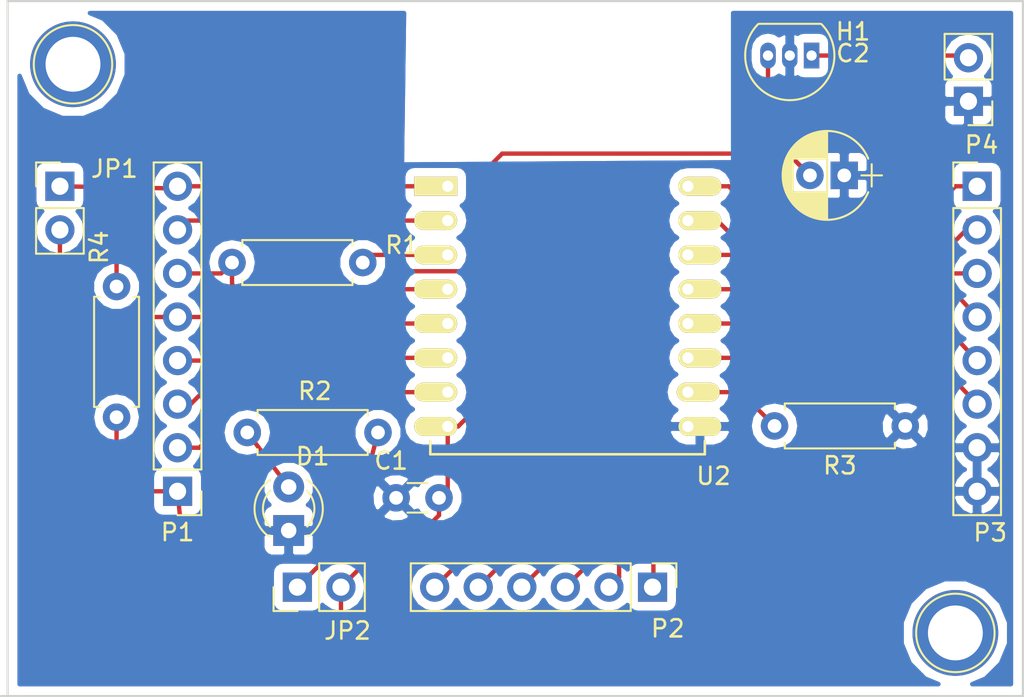
<source format=kicad_pcb>
(kicad_pcb (version 4) (host pcbnew 4.0.5)

  (general
    (links 42)
    (no_connects 0)
    (area 115.760499 66.865499 175.450501 107.505501)
    (thickness 1.6)
    (drawings 6)
    (tracks 116)
    (zones 0)
    (modules 17)
    (nets 26)
  )

  (page A4)
  (layers
    (0 F.Cu power)
    (31 B.Cu power)
    (32 B.Adhes user)
    (33 F.Adhes user)
    (34 B.Paste user)
    (35 F.Paste user)
    (36 B.SilkS user)
    (37 F.SilkS user)
    (38 B.Mask user)
    (39 F.Mask user)
    (40 Dwgs.User user)
    (41 Cmts.User user)
    (42 Eco1.User user)
    (43 Eco2.User user)
    (44 Edge.Cuts user)
    (45 Margin user)
    (46 B.CrtYd user)
    (47 F.CrtYd user)
    (48 B.Fab user)
    (49 F.Fab user)
  )

  (setup
    (last_trace_width 0.254)
    (user_trace_width 0.1524)
    (user_trace_width 0.2)
    (user_trace_width 0.25)
    (user_trace_width 0.3)
    (user_trace_width 0.4)
    (user_trace_width 0.5)
    (user_trace_width 0.6)
    (user_trace_width 0.8)
    (user_trace_width 1)
    (user_trace_width 1.2)
    (user_trace_width 1.5)
    (user_trace_width 2)
    (trace_clearance 0.254)
    (zone_clearance 0.508)
    (zone_45_only no)
    (trace_min 0.1524)
    (segment_width 0.127)
    (edge_width 0.127)
    (via_size 0.6858)
    (via_drill 0.3302)
    (via_min_size 0.6858)
    (via_min_drill 0.3302)
    (uvia_size 0.508)
    (uvia_drill 0.127)
    (uvias_allowed no)
    (uvia_min_size 0.508)
    (uvia_min_drill 0.127)
    (pcb_text_width 0.127)
    (pcb_text_size 0.6 0.6)
    (mod_edge_width 0.127)
    (mod_text_size 0.6 0.6)
    (mod_text_width 0.127)
    (pad_size 5 5)
    (pad_drill 3.2)
    (pad_to_mask_clearance 0.05)
    (pad_to_paste_clearance -0.04)
    (aux_axis_origin 0 0)
    (visible_elements FFFFFF7F)
    (pcbplotparams
      (layerselection 0x3ffff_80000001)
      (usegerberextensions true)
      (usegerberattributes true)
      (excludeedgelayer true)
      (linewidth 0.127000)
      (plotframeref false)
      (viasonmask false)
      (mode 1)
      (useauxorigin false)
      (hpglpennumber 1)
      (hpglpenspeed 20)
      (hpglpendiameter 15)
      (hpglpenoverlay 2)
      (psnegative false)
      (psa4output false)
      (plotreference true)
      (plotvalue true)
      (plotinvisibletext false)
      (padsonsilk false)
      (subtractmaskfromsilk false)
      (outputformat 1)
      (mirror false)
      (drillshape 0)
      (scaleselection 1)
      (outputdirectory CAM/))
  )

  (net 0 "")
  (net 1 "Net-(D1-Pad2)")
  (net 2 "Net-(JP2-Pad1)")
  (net 3 "Net-(R1-Pad1)")
  (net 4 /GND)
  (net 5 /VCC)
  (net 6 "Net-(JP1-Pad2)")
  (net 7 "Net-(P1-Pad2)")
  (net 8 "Net-(P1-Pad3)")
  (net 9 "Net-(P1-Pad4)")
  (net 10 "Net-(P1-Pad7)")
  (net 11 "Net-(P2-Pad1)")
  (net 12 "Net-(P2-Pad2)")
  (net 13 "Net-(P2-Pad3)")
  (net 14 "Net-(P2-Pad4)")
  (net 15 "Net-(P2-Pad5)")
  (net 16 "Net-(P2-Pad6)")
  (net 17 /TX)
  (net 18 /RX)
  (net 19 "Net-(P3-Pad3)")
  (net 20 "Net-(P3-Pad4)")
  (net 21 "Net-(P3-Pad5)")
  (net 22 "Net-(P3-Pad6)")
  (net 23 "Net-(R3-Pad2)")
  (net 24 "Net-(JP1-Pad1)")
  (net 25 "Net-(H1-Pad1)")

  (net_class Default "Dit is de standaard class."
    (clearance 0.254)
    (trace_width 0.254)
    (via_dia 0.6858)
    (via_drill 0.3302)
    (uvia_dia 0.508)
    (uvia_drill 0.127)
    (add_net /GND)
    (add_net /RX)
    (add_net /TX)
    (add_net /VCC)
    (add_net "Net-(D1-Pad2)")
    (add_net "Net-(H1-Pad1)")
    (add_net "Net-(JP1-Pad1)")
    (add_net "Net-(JP1-Pad2)")
    (add_net "Net-(JP2-Pad1)")
    (add_net "Net-(P1-Pad2)")
    (add_net "Net-(P1-Pad3)")
    (add_net "Net-(P1-Pad4)")
    (add_net "Net-(P1-Pad7)")
    (add_net "Net-(P2-Pad1)")
    (add_net "Net-(P2-Pad2)")
    (add_net "Net-(P2-Pad3)")
    (add_net "Net-(P2-Pad4)")
    (add_net "Net-(P2-Pad5)")
    (add_net "Net-(P2-Pad6)")
    (add_net "Net-(P3-Pad3)")
    (add_net "Net-(P3-Pad4)")
    (add_net "Net-(P3-Pad5)")
    (add_net "Net-(P3-Pad6)")
    (add_net "Net-(R1-Pad1)")
    (add_net "Net-(R3-Pad2)")
  )

  (net_class 0.2mm ""
    (clearance 0.2)
    (trace_width 0.2)
    (via_dia 0.6858)
    (via_drill 0.3302)
    (uvia_dia 0.508)
    (uvia_drill 0.127)
  )

  (net_class Minimal ""
    (clearance 0.1524)
    (trace_width 0.1524)
    (via_dia 0.6858)
    (via_drill 0.3302)
    (uvia_dia 0.508)
    (uvia_drill 0.127)
  )

  (module Connectors:1pin (layer F.Cu) (tedit 58BC74AA) (tstamp 58BCB351)
    (at 171.45 103.759)
    (descr "module 1 pin (ou trou mecanique de percage)")
    (tags DEV)
    (fp_text reference REF** (at 0 -3.048) (layer F.SilkS) hide
      (effects (font (size 1 1) (thickness 0.15)))
    )
    (fp_text value 1pin (at 0 3) (layer F.Fab) hide
      (effects (font (size 1 1) (thickness 0.15)))
    )
    (fp_circle (center 0 0) (end 2 0.8) (layer F.Fab) (width 0.1))
    (fp_circle (center 0 0) (end 2.6 0) (layer F.CrtYd) (width 0.05))
    (fp_circle (center 0 0) (end 0 -2.286) (layer F.SilkS) (width 0.12))
    (pad "" np_thru_hole circle (at 0 0) (size 5 5) (drill 3.2) (layers *.Cu *.Mask))
  )

  (module Connectors:1pin (layer F.Cu) (tedit 58BC74B0) (tstamp 58BCB346)
    (at 120.015 70.612)
    (descr "module 1 pin (ou trou mecanique de percage)")
    (tags DEV)
    (fp_text reference REF** (at 0 -3.048) (layer F.SilkS) hide
      (effects (font (size 1 1) (thickness 0.15)))
    )
    (fp_text value 1pin (at 0 3) (layer F.Fab) hide
      (effects (font (size 1 1) (thickness 0.15)))
    )
    (fp_circle (center 0 0) (end 2 0.8) (layer F.Fab) (width 0.1))
    (fp_circle (center 0 0) (end 2.6 0) (layer F.CrtYd) (width 0.05))
    (fp_circle (center 0 0) (end 0 -2.286) (layer F.SilkS) (width 0.12))
    (pad "" np_thru_hole circle (at 0 0) (size 5 5) (drill 3.2) (layers *.Cu *.Mask))
  )

  (module Capacitors_THT:CP_Radial_D5.0mm_P2.00mm (layer F.Cu) (tedit 58BC7697) (tstamp 58B6A1FE)
    (at 164.973 77.089 180)
    (descr "CP, Radial series, Radial, pin pitch=2.00mm, , diameter=5mm, Electrolytic Capacitor")
    (tags "CP Radial series Radial pin pitch 2.00mm  diameter 5mm Electrolytic Capacitor")
    (path /58B6BC3F)
    (fp_text reference C2 (at -0.508 7.112 180) (layer F.SilkS)
      (effects (font (size 1 1) (thickness 0.15)))
    )
    (fp_text value 0.1uF (at -3.937 2.159 180) (layer F.Fab)
      (effects (font (size 1 1) (thickness 0.15)))
    )
    (fp_arc (start 1 0) (end -1.397436 -0.98) (angle 135.5) (layer F.SilkS) (width 0.12))
    (fp_arc (start 1 0) (end -1.397436 0.98) (angle -135.5) (layer F.SilkS) (width 0.12))
    (fp_arc (start 1 0) (end 3.397436 -0.98) (angle 44.5) (layer F.SilkS) (width 0.12))
    (fp_circle (center 1 0) (end 3.5 0) (layer F.Fab) (width 0.1))
    (fp_line (start -2.2 0) (end -1 0) (layer F.Fab) (width 0.1))
    (fp_line (start -1.6 -0.65) (end -1.6 0.65) (layer F.Fab) (width 0.1))
    (fp_line (start 1 -2.55) (end 1 2.55) (layer F.SilkS) (width 0.12))
    (fp_line (start 1.04 -2.55) (end 1.04 -0.98) (layer F.SilkS) (width 0.12))
    (fp_line (start 1.04 0.98) (end 1.04 2.55) (layer F.SilkS) (width 0.12))
    (fp_line (start 1.08 -2.549) (end 1.08 -0.98) (layer F.SilkS) (width 0.12))
    (fp_line (start 1.08 0.98) (end 1.08 2.549) (layer F.SilkS) (width 0.12))
    (fp_line (start 1.12 -2.548) (end 1.12 -0.98) (layer F.SilkS) (width 0.12))
    (fp_line (start 1.12 0.98) (end 1.12 2.548) (layer F.SilkS) (width 0.12))
    (fp_line (start 1.16 -2.546) (end 1.16 -0.98) (layer F.SilkS) (width 0.12))
    (fp_line (start 1.16 0.98) (end 1.16 2.546) (layer F.SilkS) (width 0.12))
    (fp_line (start 1.2 -2.543) (end 1.2 -0.98) (layer F.SilkS) (width 0.12))
    (fp_line (start 1.2 0.98) (end 1.2 2.543) (layer F.SilkS) (width 0.12))
    (fp_line (start 1.24 -2.539) (end 1.24 -0.98) (layer F.SilkS) (width 0.12))
    (fp_line (start 1.24 0.98) (end 1.24 2.539) (layer F.SilkS) (width 0.12))
    (fp_line (start 1.28 -2.535) (end 1.28 -0.98) (layer F.SilkS) (width 0.12))
    (fp_line (start 1.28 0.98) (end 1.28 2.535) (layer F.SilkS) (width 0.12))
    (fp_line (start 1.32 -2.531) (end 1.32 -0.98) (layer F.SilkS) (width 0.12))
    (fp_line (start 1.32 0.98) (end 1.32 2.531) (layer F.SilkS) (width 0.12))
    (fp_line (start 1.36 -2.525) (end 1.36 -0.98) (layer F.SilkS) (width 0.12))
    (fp_line (start 1.36 0.98) (end 1.36 2.525) (layer F.SilkS) (width 0.12))
    (fp_line (start 1.4 -2.519) (end 1.4 -0.98) (layer F.SilkS) (width 0.12))
    (fp_line (start 1.4 0.98) (end 1.4 2.519) (layer F.SilkS) (width 0.12))
    (fp_line (start 1.44 -2.513) (end 1.44 -0.98) (layer F.SilkS) (width 0.12))
    (fp_line (start 1.44 0.98) (end 1.44 2.513) (layer F.SilkS) (width 0.12))
    (fp_line (start 1.48 -2.506) (end 1.48 -0.98) (layer F.SilkS) (width 0.12))
    (fp_line (start 1.48 0.98) (end 1.48 2.506) (layer F.SilkS) (width 0.12))
    (fp_line (start 1.52 -2.498) (end 1.52 -0.98) (layer F.SilkS) (width 0.12))
    (fp_line (start 1.52 0.98) (end 1.52 2.498) (layer F.SilkS) (width 0.12))
    (fp_line (start 1.56 -2.489) (end 1.56 -0.98) (layer F.SilkS) (width 0.12))
    (fp_line (start 1.56 0.98) (end 1.56 2.489) (layer F.SilkS) (width 0.12))
    (fp_line (start 1.6 -2.48) (end 1.6 -0.98) (layer F.SilkS) (width 0.12))
    (fp_line (start 1.6 0.98) (end 1.6 2.48) (layer F.SilkS) (width 0.12))
    (fp_line (start 1.64 -2.47) (end 1.64 -0.98) (layer F.SilkS) (width 0.12))
    (fp_line (start 1.64 0.98) (end 1.64 2.47) (layer F.SilkS) (width 0.12))
    (fp_line (start 1.68 -2.46) (end 1.68 -0.98) (layer F.SilkS) (width 0.12))
    (fp_line (start 1.68 0.98) (end 1.68 2.46) (layer F.SilkS) (width 0.12))
    (fp_line (start 1.721 -2.448) (end 1.721 -0.98) (layer F.SilkS) (width 0.12))
    (fp_line (start 1.721 0.98) (end 1.721 2.448) (layer F.SilkS) (width 0.12))
    (fp_line (start 1.761 -2.436) (end 1.761 -0.98) (layer F.SilkS) (width 0.12))
    (fp_line (start 1.761 0.98) (end 1.761 2.436) (layer F.SilkS) (width 0.12))
    (fp_line (start 1.801 -2.424) (end 1.801 -0.98) (layer F.SilkS) (width 0.12))
    (fp_line (start 1.801 0.98) (end 1.801 2.424) (layer F.SilkS) (width 0.12))
    (fp_line (start 1.841 -2.41) (end 1.841 -0.98) (layer F.SilkS) (width 0.12))
    (fp_line (start 1.841 0.98) (end 1.841 2.41) (layer F.SilkS) (width 0.12))
    (fp_line (start 1.881 -2.396) (end 1.881 -0.98) (layer F.SilkS) (width 0.12))
    (fp_line (start 1.881 0.98) (end 1.881 2.396) (layer F.SilkS) (width 0.12))
    (fp_line (start 1.921 -2.382) (end 1.921 -0.98) (layer F.SilkS) (width 0.12))
    (fp_line (start 1.921 0.98) (end 1.921 2.382) (layer F.SilkS) (width 0.12))
    (fp_line (start 1.961 -2.366) (end 1.961 -0.98) (layer F.SilkS) (width 0.12))
    (fp_line (start 1.961 0.98) (end 1.961 2.366) (layer F.SilkS) (width 0.12))
    (fp_line (start 2.001 -2.35) (end 2.001 -0.98) (layer F.SilkS) (width 0.12))
    (fp_line (start 2.001 0.98) (end 2.001 2.35) (layer F.SilkS) (width 0.12))
    (fp_line (start 2.041 -2.333) (end 2.041 -0.98) (layer F.SilkS) (width 0.12))
    (fp_line (start 2.041 0.98) (end 2.041 2.333) (layer F.SilkS) (width 0.12))
    (fp_line (start 2.081 -2.315) (end 2.081 -0.98) (layer F.SilkS) (width 0.12))
    (fp_line (start 2.081 0.98) (end 2.081 2.315) (layer F.SilkS) (width 0.12))
    (fp_line (start 2.121 -2.296) (end 2.121 -0.98) (layer F.SilkS) (width 0.12))
    (fp_line (start 2.121 0.98) (end 2.121 2.296) (layer F.SilkS) (width 0.12))
    (fp_line (start 2.161 -2.276) (end 2.161 -0.98) (layer F.SilkS) (width 0.12))
    (fp_line (start 2.161 0.98) (end 2.161 2.276) (layer F.SilkS) (width 0.12))
    (fp_line (start 2.201 -2.256) (end 2.201 -0.98) (layer F.SilkS) (width 0.12))
    (fp_line (start 2.201 0.98) (end 2.201 2.256) (layer F.SilkS) (width 0.12))
    (fp_line (start 2.241 -2.234) (end 2.241 -0.98) (layer F.SilkS) (width 0.12))
    (fp_line (start 2.241 0.98) (end 2.241 2.234) (layer F.SilkS) (width 0.12))
    (fp_line (start 2.281 -2.212) (end 2.281 -0.98) (layer F.SilkS) (width 0.12))
    (fp_line (start 2.281 0.98) (end 2.281 2.212) (layer F.SilkS) (width 0.12))
    (fp_line (start 2.321 -2.189) (end 2.321 -0.98) (layer F.SilkS) (width 0.12))
    (fp_line (start 2.321 0.98) (end 2.321 2.189) (layer F.SilkS) (width 0.12))
    (fp_line (start 2.361 -2.165) (end 2.361 -0.98) (layer F.SilkS) (width 0.12))
    (fp_line (start 2.361 0.98) (end 2.361 2.165) (layer F.SilkS) (width 0.12))
    (fp_line (start 2.401 -2.14) (end 2.401 -0.98) (layer F.SilkS) (width 0.12))
    (fp_line (start 2.401 0.98) (end 2.401 2.14) (layer F.SilkS) (width 0.12))
    (fp_line (start 2.441 -2.113) (end 2.441 -0.98) (layer F.SilkS) (width 0.12))
    (fp_line (start 2.441 0.98) (end 2.441 2.113) (layer F.SilkS) (width 0.12))
    (fp_line (start 2.481 -2.086) (end 2.481 -0.98) (layer F.SilkS) (width 0.12))
    (fp_line (start 2.481 0.98) (end 2.481 2.086) (layer F.SilkS) (width 0.12))
    (fp_line (start 2.521 -2.058) (end 2.521 -0.98) (layer F.SilkS) (width 0.12))
    (fp_line (start 2.521 0.98) (end 2.521 2.058) (layer F.SilkS) (width 0.12))
    (fp_line (start 2.561 -2.028) (end 2.561 -0.98) (layer F.SilkS) (width 0.12))
    (fp_line (start 2.561 0.98) (end 2.561 2.028) (layer F.SilkS) (width 0.12))
    (fp_line (start 2.601 -1.997) (end 2.601 -0.98) (layer F.SilkS) (width 0.12))
    (fp_line (start 2.601 0.98) (end 2.601 1.997) (layer F.SilkS) (width 0.12))
    (fp_line (start 2.641 -1.965) (end 2.641 -0.98) (layer F.SilkS) (width 0.12))
    (fp_line (start 2.641 0.98) (end 2.641 1.965) (layer F.SilkS) (width 0.12))
    (fp_line (start 2.681 -1.932) (end 2.681 -0.98) (layer F.SilkS) (width 0.12))
    (fp_line (start 2.681 0.98) (end 2.681 1.932) (layer F.SilkS) (width 0.12))
    (fp_line (start 2.721 -1.897) (end 2.721 -0.98) (layer F.SilkS) (width 0.12))
    (fp_line (start 2.721 0.98) (end 2.721 1.897) (layer F.SilkS) (width 0.12))
    (fp_line (start 2.761 -1.861) (end 2.761 -0.98) (layer F.SilkS) (width 0.12))
    (fp_line (start 2.761 0.98) (end 2.761 1.861) (layer F.SilkS) (width 0.12))
    (fp_line (start 2.801 -1.823) (end 2.801 -0.98) (layer F.SilkS) (width 0.12))
    (fp_line (start 2.801 0.98) (end 2.801 1.823) (layer F.SilkS) (width 0.12))
    (fp_line (start 2.841 -1.783) (end 2.841 -0.98) (layer F.SilkS) (width 0.12))
    (fp_line (start 2.841 0.98) (end 2.841 1.783) (layer F.SilkS) (width 0.12))
    (fp_line (start 2.881 -1.742) (end 2.881 -0.98) (layer F.SilkS) (width 0.12))
    (fp_line (start 2.881 0.98) (end 2.881 1.742) (layer F.SilkS) (width 0.12))
    (fp_line (start 2.921 -1.699) (end 2.921 -0.98) (layer F.SilkS) (width 0.12))
    (fp_line (start 2.921 0.98) (end 2.921 1.699) (layer F.SilkS) (width 0.12))
    (fp_line (start 2.961 -1.654) (end 2.961 -0.98) (layer F.SilkS) (width 0.12))
    (fp_line (start 2.961 0.98) (end 2.961 1.654) (layer F.SilkS) (width 0.12))
    (fp_line (start 3.001 -1.606) (end 3.001 1.606) (layer F.SilkS) (width 0.12))
    (fp_line (start 3.041 -1.556) (end 3.041 1.556) (layer F.SilkS) (width 0.12))
    (fp_line (start 3.081 -1.504) (end 3.081 1.504) (layer F.SilkS) (width 0.12))
    (fp_line (start 3.121 -1.448) (end 3.121 1.448) (layer F.SilkS) (width 0.12))
    (fp_line (start 3.161 -1.39) (end 3.161 1.39) (layer F.SilkS) (width 0.12))
    (fp_line (start 3.201 -1.327) (end 3.201 1.327) (layer F.SilkS) (width 0.12))
    (fp_line (start 3.241 -1.261) (end 3.241 1.261) (layer F.SilkS) (width 0.12))
    (fp_line (start 3.281 -1.189) (end 3.281 1.189) (layer F.SilkS) (width 0.12))
    (fp_line (start 3.321 -1.112) (end 3.321 1.112) (layer F.SilkS) (width 0.12))
    (fp_line (start 3.361 -1.028) (end 3.361 1.028) (layer F.SilkS) (width 0.12))
    (fp_line (start 3.401 -0.934) (end 3.401 0.934) (layer F.SilkS) (width 0.12))
    (fp_line (start 3.441 -0.829) (end 3.441 0.829) (layer F.SilkS) (width 0.12))
    (fp_line (start 3.481 -0.707) (end 3.481 0.707) (layer F.SilkS) (width 0.12))
    (fp_line (start 3.521 -0.559) (end 3.521 0.559) (layer F.SilkS) (width 0.12))
    (fp_line (start 3.561 -0.354) (end 3.561 0.354) (layer F.SilkS) (width 0.12))
    (fp_line (start -2.2 0) (end -1 0) (layer F.SilkS) (width 0.12))
    (fp_line (start -1.6 -0.65) (end -1.6 0.65) (layer F.SilkS) (width 0.12))
    (fp_line (start -1.85 -2.85) (end -1.85 2.85) (layer F.CrtYd) (width 0.05))
    (fp_line (start -1.85 2.85) (end 3.85 2.85) (layer F.CrtYd) (width 0.05))
    (fp_line (start 3.85 2.85) (end 3.85 -2.85) (layer F.CrtYd) (width 0.05))
    (fp_line (start 3.85 -2.85) (end -1.85 -2.85) (layer F.CrtYd) (width 0.05))
    (pad 1 thru_hole rect (at 0 0 180) (size 1.6 1.6) (drill 0.8) (layers *.Cu *.Mask)
      (net 4 /GND))
    (pad 2 thru_hole circle (at 2 0 180) (size 1.6 1.6) (drill 0.8) (layers *.Cu *.Mask)
      (net 5 /VCC))
    (model Capacitors_THT.3dshapes/CP_Radial_D5.0mm_P2.00mm.wrl
      (at (xyz 0 0 0))
      (scale (xyz 0.393701 0.393701 0.393701))
      (rotate (xyz 0 0 0))
    )
  )

  (module Pin_Headers:Pin_Header_Straight_1x08_Pitch2.54mm (layer F.Cu) (tedit 58BB3ACD) (tstamp 58BB20D9)
    (at 126.111 95.504 180)
    (descr "Through hole straight pin header, 1x08, 2.54mm pitch, single row")
    (tags "Through hole pin header THT 1x08 2.54mm single row")
    (path /58B670E7)
    (fp_text reference P1 (at 0 -2.39 180) (layer F.SilkS)
      (effects (font (size 1 1) (thickness 0.15)))
    )
    (fp_text value CONN_01X08 (at -3.81 -3.81 180) (layer F.Fab)
      (effects (font (size 1 1) (thickness 0.15)))
    )
    (fp_line (start -1.27 -1.27) (end -1.27 19.05) (layer F.Fab) (width 0.1))
    (fp_line (start -1.27 19.05) (end 1.27 19.05) (layer F.Fab) (width 0.1))
    (fp_line (start 1.27 19.05) (end 1.27 -1.27) (layer F.Fab) (width 0.1))
    (fp_line (start 1.27 -1.27) (end -1.27 -1.27) (layer F.Fab) (width 0.1))
    (fp_line (start -1.39 1.27) (end -1.39 19.17) (layer F.SilkS) (width 0.12))
    (fp_line (start -1.39 19.17) (end 1.39 19.17) (layer F.SilkS) (width 0.12))
    (fp_line (start 1.39 19.17) (end 1.39 1.27) (layer F.SilkS) (width 0.12))
    (fp_line (start 1.39 1.27) (end -1.39 1.27) (layer F.SilkS) (width 0.12))
    (fp_line (start -1.39 0) (end -1.39 -1.39) (layer F.SilkS) (width 0.12))
    (fp_line (start -1.39 -1.39) (end 0 -1.39) (layer F.SilkS) (width 0.12))
    (fp_line (start -1.6 -1.6) (end -1.6 19.3) (layer F.CrtYd) (width 0.05))
    (fp_line (start -1.6 19.3) (end 1.6 19.3) (layer F.CrtYd) (width 0.05))
    (fp_line (start 1.6 19.3) (end 1.6 -1.6) (layer F.CrtYd) (width 0.05))
    (fp_line (start 1.6 -1.6) (end -1.6 -1.6) (layer F.CrtYd) (width 0.05))
    (pad 1 thru_hole rect (at 0 0 180) (size 1.7 1.7) (drill 1) (layers *.Cu *.Mask)
      (net 5 /VCC))
    (pad 2 thru_hole oval (at 0 2.54 180) (size 1.7 1.7) (drill 1) (layers *.Cu *.Mask)
      (net 7 "Net-(P1-Pad2)"))
    (pad 3 thru_hole oval (at 0 5.08 180) (size 1.7 1.7) (drill 1) (layers *.Cu *.Mask)
      (net 8 "Net-(P1-Pad3)"))
    (pad 4 thru_hole oval (at 0 7.62 180) (size 1.7 1.7) (drill 1) (layers *.Cu *.Mask)
      (net 9 "Net-(P1-Pad4)"))
    (pad 5 thru_hole oval (at 0 10.16 180) (size 1.7 1.7) (drill 1) (layers *.Cu *.Mask)
      (net 6 "Net-(JP1-Pad2)"))
    (pad 6 thru_hole oval (at 0 12.7 180) (size 1.7 1.7) (drill 1) (layers *.Cu *.Mask)
      (net 5 /VCC))
    (pad 7 thru_hole oval (at 0 15.24 180) (size 1.7 1.7) (drill 1) (layers *.Cu *.Mask)
      (net 10 "Net-(P1-Pad7)"))
    (pad 8 thru_hole oval (at 0 17.78 180) (size 1.7 1.7) (drill 1) (layers *.Cu *.Mask)
      (net 24 "Net-(JP1-Pad1)"))
    (model Pin_Headers.3dshapes/Pin_Header_Straight_1x08_Pitch2.54mm.wrl
      (at (xyz 0 -0.35 0))
      (scale (xyz 1 1 1))
      (rotate (xyz 0 0 90))
    )
  )

  (module LEDs:LED_D3.0mm (layer F.Cu) (tedit 58BB4153) (tstamp 58B6A204)
    (at 132.588 97.79 90)
    (descr "LED, diameter 3.0mm, 2 pins")
    (tags "LED diameter 3.0mm 2 pins")
    (path /58B670E4)
    (fp_text reference D1 (at 4.318 1.397 180) (layer F.SilkS)
      (effects (font (size 1 1) (thickness 0.15)))
    )
    (fp_text value LED (at 4.318 -1.143 180) (layer F.Fab)
      (effects (font (size 1 1) (thickness 0.15)))
    )
    (fp_arc (start 1.27 0) (end -0.23 -1.16619) (angle 284.3) (layer F.Fab) (width 0.1))
    (fp_arc (start 1.27 0) (end -0.29 -1.235516) (angle 108.8) (layer F.SilkS) (width 0.12))
    (fp_arc (start 1.27 0) (end -0.29 1.235516) (angle -108.8) (layer F.SilkS) (width 0.12))
    (fp_arc (start 1.27 0) (end 0.229039 -1.08) (angle 87.9) (layer F.SilkS) (width 0.12))
    (fp_arc (start 1.27 0) (end 0.229039 1.08) (angle -87.9) (layer F.SilkS) (width 0.12))
    (fp_circle (center 1.27 0) (end 2.77 0) (layer F.Fab) (width 0.1))
    (fp_line (start -0.23 -1.16619) (end -0.23 1.16619) (layer F.Fab) (width 0.1))
    (fp_line (start -0.29 -1.236) (end -0.29 -1.08) (layer F.SilkS) (width 0.12))
    (fp_line (start -0.29 1.08) (end -0.29 1.236) (layer F.SilkS) (width 0.12))
    (fp_line (start -1.15 -2.25) (end -1.15 2.25) (layer F.CrtYd) (width 0.05))
    (fp_line (start -1.15 2.25) (end 3.7 2.25) (layer F.CrtYd) (width 0.05))
    (fp_line (start 3.7 2.25) (end 3.7 -2.25) (layer F.CrtYd) (width 0.05))
    (fp_line (start 3.7 -2.25) (end -1.15 -2.25) (layer F.CrtYd) (width 0.05))
    (pad 1 thru_hole rect (at 0 0 90) (size 1.8 1.8) (drill 0.9) (layers *.Cu *.Mask)
      (net 4 /GND))
    (pad 2 thru_hole circle (at 2.54 0 90) (size 1.8 1.8) (drill 0.9) (layers *.Cu *.Mask)
      (net 1 "Net-(D1-Pad2)"))
    (model LEDs.3dshapes/LED_D3.0mm.wrl
      (at (xyz 0 0 0))
      (scale (xyz 0.393701 0.393701 0.393701))
      (rotate (xyz 0 0 0))
    )
  )

  (module Resistors_THT:R_Axial_DIN0207_L6.3mm_D2.5mm_P7.62mm_Horizontal (layer F.Cu) (tedit 58BB4136) (tstamp 58B6A23E)
    (at 136.906 82.169 180)
    (descr "Resistor, Axial_DIN0207 series, Axial, Horizontal, pin pitch=7.62mm, 0.25W = 1/4W, length*diameter=6.3*2.5mm^2, http://cdn-reichelt.de/documents/datenblatt/B400/1_4W%23YAG.pdf")
    (tags "Resistor Axial_DIN0207 series Axial Horizontal pin pitch 7.62mm 0.25W = 1/4W length 6.3mm diameter 2.5mm")
    (path /58B670E2)
    (fp_text reference R1 (at -2.286 1.016 180) (layer F.SilkS)
      (effects (font (size 1 1) (thickness 0.15)))
    )
    (fp_text value 100 (at 3.937 -0.508 180) (layer F.Fab)
      (effects (font (size 1 1) (thickness 0.15)))
    )
    (fp_line (start 0.66 -1.25) (end 0.66 1.25) (layer F.Fab) (width 0.1))
    (fp_line (start 0.66 1.25) (end 6.96 1.25) (layer F.Fab) (width 0.1))
    (fp_line (start 6.96 1.25) (end 6.96 -1.25) (layer F.Fab) (width 0.1))
    (fp_line (start 6.96 -1.25) (end 0.66 -1.25) (layer F.Fab) (width 0.1))
    (fp_line (start 0 0) (end 0.66 0) (layer F.Fab) (width 0.1))
    (fp_line (start 7.62 0) (end 6.96 0) (layer F.Fab) (width 0.1))
    (fp_line (start 0.6 -0.98) (end 0.6 -1.31) (layer F.SilkS) (width 0.12))
    (fp_line (start 0.6 -1.31) (end 7.02 -1.31) (layer F.SilkS) (width 0.12))
    (fp_line (start 7.02 -1.31) (end 7.02 -0.98) (layer F.SilkS) (width 0.12))
    (fp_line (start 0.6 0.98) (end 0.6 1.31) (layer F.SilkS) (width 0.12))
    (fp_line (start 0.6 1.31) (end 7.02 1.31) (layer F.SilkS) (width 0.12))
    (fp_line (start 7.02 1.31) (end 7.02 0.98) (layer F.SilkS) (width 0.12))
    (fp_line (start -1.05 -1.6) (end -1.05 1.6) (layer F.CrtYd) (width 0.05))
    (fp_line (start -1.05 1.6) (end 8.7 1.6) (layer F.CrtYd) (width 0.05))
    (fp_line (start 8.7 1.6) (end 8.7 -1.6) (layer F.CrtYd) (width 0.05))
    (fp_line (start 8.7 -1.6) (end -1.05 -1.6) (layer F.CrtYd) (width 0.05))
    (pad 1 thru_hole circle (at 0 0 180) (size 1.6 1.6) (drill 0.8) (layers *.Cu *.Mask)
      (net 3 "Net-(R1-Pad1)"))
    (pad 2 thru_hole oval (at 7.62 0 180) (size 1.6 1.6) (drill 0.8) (layers *.Cu *.Mask)
      (net 5 /VCC))
    (model Resistors_THT.3dshapes/R_Axial_DIN0207_L6.3mm_D2.5mm_P7.62mm_Horizontal.wrl
      (at (xyz 0 0 0))
      (scale (xyz 0.393701 0.393701 0.393701))
      (rotate (xyz 0 0 0))
    )
  )

  (module Resistors_THT:R_Axial_DIN0207_L6.3mm_D2.5mm_P7.62mm_Horizontal (layer F.Cu) (tedit 58BC6C1B) (tstamp 58B6A244)
    (at 137.795 92.075 180)
    (descr "Resistor, Axial_DIN0207 series, Axial, Horizontal, pin pitch=7.62mm, 0.25W = 1/4W, length*diameter=6.3*2.5mm^2, http://cdn-reichelt.de/documents/datenblatt/B400/1_4W%23YAG.pdf")
    (tags "Resistor Axial_DIN0207 series Axial Horizontal pin pitch 7.62mm 0.25W = 1/4W length 6.3mm diameter 2.5mm")
    (path /58B670E5)
    (fp_text reference R2 (at 3.683 2.413 180) (layer F.SilkS)
      (effects (font (size 1 1) (thickness 0.15)))
    )
    (fp_text value 1K (at 3.81 0.508 180) (layer F.Fab)
      (effects (font (size 1 1) (thickness 0.15)))
    )
    (fp_line (start 0.66 -1.25) (end 0.66 1.25) (layer F.Fab) (width 0.1))
    (fp_line (start 0.66 1.25) (end 6.96 1.25) (layer F.Fab) (width 0.1))
    (fp_line (start 6.96 1.25) (end 6.96 -1.25) (layer F.Fab) (width 0.1))
    (fp_line (start 6.96 -1.25) (end 0.66 -1.25) (layer F.Fab) (width 0.1))
    (fp_line (start 0 0) (end 0.66 0) (layer F.Fab) (width 0.1))
    (fp_line (start 7.62 0) (end 6.96 0) (layer F.Fab) (width 0.1))
    (fp_line (start 0.6 -0.98) (end 0.6 -1.31) (layer F.SilkS) (width 0.12))
    (fp_line (start 0.6 -1.31) (end 7.02 -1.31) (layer F.SilkS) (width 0.12))
    (fp_line (start 7.02 -1.31) (end 7.02 -0.98) (layer F.SilkS) (width 0.12))
    (fp_line (start 0.6 0.98) (end 0.6 1.31) (layer F.SilkS) (width 0.12))
    (fp_line (start 0.6 1.31) (end 7.02 1.31) (layer F.SilkS) (width 0.12))
    (fp_line (start 7.02 1.31) (end 7.02 0.98) (layer F.SilkS) (width 0.12))
    (fp_line (start -1.05 -1.6) (end -1.05 1.6) (layer F.CrtYd) (width 0.05))
    (fp_line (start -1.05 1.6) (end 8.7 1.6) (layer F.CrtYd) (width 0.05))
    (fp_line (start 8.7 1.6) (end 8.7 -1.6) (layer F.CrtYd) (width 0.05))
    (fp_line (start 8.7 -1.6) (end -1.05 -1.6) (layer F.CrtYd) (width 0.05))
    (pad 1 thru_hole circle (at 0 0 180) (size 1.6 1.6) (drill 0.8) (layers *.Cu *.Mask)
      (net 2 "Net-(JP2-Pad1)"))
    (pad 2 thru_hole oval (at 7.62 0 180) (size 1.6 1.6) (drill 0.8) (layers *.Cu *.Mask)
      (net 1 "Net-(D1-Pad2)"))
    (model Resistors_THT.3dshapes/R_Axial_DIN0207_L6.3mm_D2.5mm_P7.62mm_Horizontal.wrl
      (at (xyz 0 0 0))
      (scale (xyz 0.393701 0.393701 0.393701))
      (rotate (xyz 0 0 0))
    )
  )

  (module Resistors_THT:R_Axial_DIN0207_L6.3mm_D2.5mm_P7.62mm_Horizontal (layer F.Cu) (tedit 5874F706) (tstamp 58B6A24A)
    (at 168.529 91.694 180)
    (descr "Resistor, Axial_DIN0207 series, Axial, Horizontal, pin pitch=7.62mm, 0.25W = 1/4W, length*diameter=6.3*2.5mm^2, http://cdn-reichelt.de/documents/datenblatt/B400/1_4W%23YAG.pdf")
    (tags "Resistor Axial_DIN0207 series Axial Horizontal pin pitch 7.62mm 0.25W = 1/4W length 6.3mm diameter 2.5mm")
    (path /58B670E1)
    (fp_text reference R3 (at 3.81 -2.31 180) (layer F.SilkS)
      (effects (font (size 1 1) (thickness 0.15)))
    )
    (fp_text value 1K (at 3.81 2.31 180) (layer F.Fab)
      (effects (font (size 1 1) (thickness 0.15)))
    )
    (fp_line (start 0.66 -1.25) (end 0.66 1.25) (layer F.Fab) (width 0.1))
    (fp_line (start 0.66 1.25) (end 6.96 1.25) (layer F.Fab) (width 0.1))
    (fp_line (start 6.96 1.25) (end 6.96 -1.25) (layer F.Fab) (width 0.1))
    (fp_line (start 6.96 -1.25) (end 0.66 -1.25) (layer F.Fab) (width 0.1))
    (fp_line (start 0 0) (end 0.66 0) (layer F.Fab) (width 0.1))
    (fp_line (start 7.62 0) (end 6.96 0) (layer F.Fab) (width 0.1))
    (fp_line (start 0.6 -0.98) (end 0.6 -1.31) (layer F.SilkS) (width 0.12))
    (fp_line (start 0.6 -1.31) (end 7.02 -1.31) (layer F.SilkS) (width 0.12))
    (fp_line (start 7.02 -1.31) (end 7.02 -0.98) (layer F.SilkS) (width 0.12))
    (fp_line (start 0.6 0.98) (end 0.6 1.31) (layer F.SilkS) (width 0.12))
    (fp_line (start 0.6 1.31) (end 7.02 1.31) (layer F.SilkS) (width 0.12))
    (fp_line (start 7.02 1.31) (end 7.02 0.98) (layer F.SilkS) (width 0.12))
    (fp_line (start -1.05 -1.6) (end -1.05 1.6) (layer F.CrtYd) (width 0.05))
    (fp_line (start -1.05 1.6) (end 8.7 1.6) (layer F.CrtYd) (width 0.05))
    (fp_line (start 8.7 1.6) (end 8.7 -1.6) (layer F.CrtYd) (width 0.05))
    (fp_line (start 8.7 -1.6) (end -1.05 -1.6) (layer F.CrtYd) (width 0.05))
    (pad 1 thru_hole circle (at 0 0 180) (size 1.6 1.6) (drill 0.8) (layers *.Cu *.Mask)
      (net 4 /GND))
    (pad 2 thru_hole oval (at 7.62 0 180) (size 1.6 1.6) (drill 0.8) (layers *.Cu *.Mask)
      (net 23 "Net-(R3-Pad2)"))
    (model Resistors_THT.3dshapes/R_Axial_DIN0207_L6.3mm_D2.5mm_P7.62mm_Horizontal.wrl
      (at (xyz 0 0 0))
      (scale (xyz 0.393701 0.393701 0.393701))
      (rotate (xyz 0 0 0))
    )
  )

  (module Resistors_THT:R_Axial_DIN0207_L6.3mm_D2.5mm_P7.62mm_Horizontal (layer F.Cu) (tedit 58BB4133) (tstamp 58B6A250)
    (at 122.555 83.566 270)
    (descr "Resistor, Axial_DIN0207 series, Axial, Horizontal, pin pitch=7.62mm, 0.25W = 1/4W, length*diameter=6.3*2.5mm^2, http://cdn-reichelt.de/documents/datenblatt/B400/1_4W%23YAG.pdf")
    (tags "Resistor Axial_DIN0207 series Axial Horizontal pin pitch 7.62mm 0.25W = 1/4W length 6.3mm diameter 2.5mm")
    (path /58B67E24)
    (fp_text reference R4 (at -2.286 1.016 270) (layer F.SilkS)
      (effects (font (size 1 1) (thickness 0.15)))
    )
    (fp_text value 10K (at 3.937 -0.508 270) (layer F.Fab)
      (effects (font (size 1 1) (thickness 0.15)))
    )
    (fp_line (start 0.66 -1.25) (end 0.66 1.25) (layer F.Fab) (width 0.1))
    (fp_line (start 0.66 1.25) (end 6.96 1.25) (layer F.Fab) (width 0.1))
    (fp_line (start 6.96 1.25) (end 6.96 -1.25) (layer F.Fab) (width 0.1))
    (fp_line (start 6.96 -1.25) (end 0.66 -1.25) (layer F.Fab) (width 0.1))
    (fp_line (start 0 0) (end 0.66 0) (layer F.Fab) (width 0.1))
    (fp_line (start 7.62 0) (end 6.96 0) (layer F.Fab) (width 0.1))
    (fp_line (start 0.6 -0.98) (end 0.6 -1.31) (layer F.SilkS) (width 0.12))
    (fp_line (start 0.6 -1.31) (end 7.02 -1.31) (layer F.SilkS) (width 0.12))
    (fp_line (start 7.02 -1.31) (end 7.02 -0.98) (layer F.SilkS) (width 0.12))
    (fp_line (start 0.6 0.98) (end 0.6 1.31) (layer F.SilkS) (width 0.12))
    (fp_line (start 0.6 1.31) (end 7.02 1.31) (layer F.SilkS) (width 0.12))
    (fp_line (start 7.02 1.31) (end 7.02 0.98) (layer F.SilkS) (width 0.12))
    (fp_line (start -1.05 -1.6) (end -1.05 1.6) (layer F.CrtYd) (width 0.05))
    (fp_line (start -1.05 1.6) (end 8.7 1.6) (layer F.CrtYd) (width 0.05))
    (fp_line (start 8.7 1.6) (end 8.7 -1.6) (layer F.CrtYd) (width 0.05))
    (fp_line (start 8.7 -1.6) (end -1.05 -1.6) (layer F.CrtYd) (width 0.05))
    (pad 1 thru_hole circle (at 0 0 270) (size 1.6 1.6) (drill 0.8) (layers *.Cu *.Mask)
      (net 24 "Net-(JP1-Pad1)"))
    (pad 2 thru_hole oval (at 7.62 0 270) (size 1.6 1.6) (drill 0.8) (layers *.Cu *.Mask)
      (net 5 /VCC))
    (model Resistors_THT.3dshapes/R_Axial_DIN0207_L6.3mm_D2.5mm_P7.62mm_Horizontal.wrl
      (at (xyz 0 0 0))
      (scale (xyz 0.393701 0.393701 0.393701))
      (rotate (xyz 0 0 0))
    )
  )

  (module ESP8266:ESP-12E (layer F.Cu) (tedit 58BB40E7) (tstamp 58B6A26A)
    (at 141.859 77.724)
    (descr "Module, ESP-8266, ESP-12, 16 pad, SMD")
    (tags "Module ESP-8266 ESP8266")
    (path /58B670E9)
    (fp_text reference U2 (at 15.494 16.891) (layer F.SilkS)
      (effects (font (size 1 1) (thickness 0.15)))
    )
    (fp_text value ESP-12E (at 8 1) (layer F.Fab)
      (effects (font (size 1 1) (thickness 0.15)))
    )
    (fp_line (start -2.25 -0.5) (end -2.25 -8.75) (layer F.CrtYd) (width 0.05))
    (fp_line (start -2.25 -8.75) (end 15.25 -8.75) (layer F.CrtYd) (width 0.05))
    (fp_line (start 15.25 -8.75) (end 16.25 -8.75) (layer F.CrtYd) (width 0.05))
    (fp_line (start 16.25 -8.75) (end 16.25 16) (layer F.CrtYd) (width 0.05))
    (fp_line (start 16.25 16) (end -2.25 16) (layer F.CrtYd) (width 0.05))
    (fp_line (start -2.25 16) (end -2.25 -0.5) (layer F.CrtYd) (width 0.05))
    (fp_line (start -1.016 -8.382) (end 14.986 -8.382) (layer F.CrtYd) (width 0.1524))
    (fp_line (start 14.986 -8.382) (end 14.986 -0.889) (layer F.CrtYd) (width 0.1524))
    (fp_line (start -1.016 -8.382) (end -1.016 -1.016) (layer F.CrtYd) (width 0.1524))
    (fp_line (start -1.016 14.859) (end -1.016 15.621) (layer F.SilkS) (width 0.1524))
    (fp_line (start -1.016 15.621) (end 14.986 15.621) (layer F.SilkS) (width 0.1524))
    (fp_line (start 14.986 15.621) (end 14.986 14.859) (layer F.SilkS) (width 0.1524))
    (fp_line (start 14.992 -8.4) (end -1.008 -2.6) (layer F.CrtYd) (width 0.1524))
    (fp_line (start -1.008 -8.4) (end 14.992 -2.6) (layer F.CrtYd) (width 0.1524))
    (fp_text user "No Copper" (at 6.892 -5.4) (layer F.CrtYd)
      (effects (font (size 1 1) (thickness 0.15)))
    )
    (fp_line (start -1.008 -2.6) (end 14.992 -2.6) (layer F.CrtYd) (width 0.1524))
    (fp_line (start 15 -8.4) (end 15 15.6) (layer F.Fab) (width 0.05))
    (fp_line (start 14.992 15.6) (end -1.008 15.6) (layer F.Fab) (width 0.05))
    (fp_line (start -1.008 15.6) (end -1.008 -8.4) (layer F.Fab) (width 0.05))
    (fp_line (start -1.008 -8.4) (end 14.992 -8.4) (layer F.Fab) (width 0.05))
    (pad 1 thru_hole rect (at 0 0) (size 2.5 1.1) (drill 0.65 (offset -0.7 0)) (layers *.Cu *.Mask F.SilkS)
      (net 24 "Net-(JP1-Pad1)"))
    (pad 2 thru_hole oval (at 0 2) (size 2.5 1.1) (drill 0.65 (offset -0.7 0)) (layers *.Cu *.Mask F.SilkS)
      (net 10 "Net-(P1-Pad7)"))
    (pad 3 thru_hole oval (at 0 4) (size 2.5 1.1) (drill 0.65 (offset -0.7 0)) (layers *.Cu *.Mask F.SilkS)
      (net 3 "Net-(R1-Pad1)"))
    (pad 4 thru_hole oval (at 0 6) (size 2.5 1.1) (drill 0.65 (offset -0.7 0)) (layers *.Cu *.Mask F.SilkS)
      (net 6 "Net-(JP1-Pad2)"))
    (pad 5 thru_hole oval (at 0 8) (size 2.5 1.1) (drill 0.65 (offset -0.7 0)) (layers *.Cu *.Mask F.SilkS)
      (net 9 "Net-(P1-Pad4)"))
    (pad 6 thru_hole oval (at 0 10) (size 2.5 1.1) (drill 0.65 (offset -0.7 0)) (layers *.Cu *.Mask F.SilkS)
      (net 8 "Net-(P1-Pad3)"))
    (pad 7 thru_hole oval (at 0 12) (size 2.5 1.1) (drill 0.65 (offset -0.7 0)) (layers *.Cu *.Mask F.SilkS)
      (net 7 "Net-(P1-Pad2)"))
    (pad 8 thru_hole oval (at 0 14) (size 2.5 1.1) (drill 0.65 (offset -0.7 0)) (layers *.Cu *.Mask F.SilkS)
      (net 5 /VCC))
    (pad 9 thru_hole oval (at 14 14) (size 2.5 1.1) (drill 0.65 (offset 0.7 0)) (layers *.Cu *.Mask F.SilkS)
      (net 4 /GND))
    (pad 10 thru_hole oval (at 14 12) (size 2.5 1.1) (drill 0.65 (offset 0.6 0)) (layers *.Cu *.Mask F.SilkS)
      (net 23 "Net-(R3-Pad2)"))
    (pad 11 thru_hole oval (at 14 10) (size 2.5 1.1) (drill 0.65 (offset 0.7 0)) (layers *.Cu *.Mask F.SilkS)
      (net 22 "Net-(P3-Pad6)"))
    (pad 12 thru_hole oval (at 14 8) (size 2.5 1.1) (drill 0.65 (offset 0.7 0)) (layers *.Cu *.Mask F.SilkS)
      (net 21 "Net-(P3-Pad5)"))
    (pad 13 thru_hole oval (at 14 6) (size 2.5 1.1) (drill 0.65 (offset 0.7 0)) (layers *.Cu *.Mask F.SilkS)
      (net 20 "Net-(P3-Pad4)"))
    (pad 14 thru_hole oval (at 14 4) (size 2.5 1.1) (drill 0.65 (offset 0.7 0)) (layers *.Cu *.Mask F.SilkS)
      (net 19 "Net-(P3-Pad3)"))
    (pad 15 thru_hole oval (at 14 2) (size 2.5 1.1) (drill 0.65 (offset 0.7 0)) (layers *.Cu *.Mask F.SilkS)
      (net 18 /RX))
    (pad 16 thru_hole oval (at 14 0) (size 2.5 1.1) (drill 0.65 (offset 0.7 0)) (layers *.Cu *.Mask F.SilkS)
      (net 17 /TX))
    (pad 17 smd oval (at 1.99 15.75 90) (size 2.4 1.1) (layers F.Cu F.Paste F.Mask)
      (net 16 "Net-(P2-Pad6)"))
    (pad 18 smd oval (at 3.99 15.75 90) (size 2.4 1.1) (layers F.Cu F.Paste F.Mask)
      (net 15 "Net-(P2-Pad5)"))
    (pad 19 smd oval (at 5.99 15.75 90) (size 2.4 1.1) (layers F.Cu F.Paste F.Mask)
      (net 14 "Net-(P2-Pad4)"))
    (pad 20 smd oval (at 7.99 15.75 90) (size 2.4 1.1) (layers F.Cu F.Paste F.Mask)
      (net 13 "Net-(P2-Pad3)"))
    (pad 21 smd oval (at 9.99 15.75 90) (size 2.4 1.1) (layers F.Cu F.Paste F.Mask)
      (net 12 "Net-(P2-Pad2)"))
    (pad 22 smd oval (at 11.99 15.75 90) (size 2.4 1.1) (layers F.Cu F.Paste F.Mask)
      (net 11 "Net-(P2-Pad1)"))
    (model ${ESPLIB}/ESP8266.3dshapes/ESP-12.wrl
      (at (xyz 0 0 0))
      (scale (xyz 0.3937 0.3937 0.3937))
      (rotate (xyz 0 0 0))
    )
  )

  (module Pin_Headers:Pin_Header_Straight_1x02_Pitch2.54mm (layer F.Cu) (tedit 58BB3AE2) (tstamp 58BB20CF)
    (at 119.253 77.724)
    (descr "Through hole straight pin header, 1x02, 2.54mm pitch, single row")
    (tags "Through hole pin header THT 1x02 2.54mm single row")
    (path /58B670EE)
    (fp_text reference JP1 (at 3.175 -1.016) (layer F.SilkS)
      (effects (font (size 1 1) (thickness 0.15)))
    )
    (fp_text value Jumper (at 1.143 4.953) (layer F.Fab)
      (effects (font (size 1 1) (thickness 0.15)))
    )
    (fp_line (start -1.27 -1.27) (end -1.27 3.81) (layer F.Fab) (width 0.1))
    (fp_line (start -1.27 3.81) (end 1.27 3.81) (layer F.Fab) (width 0.1))
    (fp_line (start 1.27 3.81) (end 1.27 -1.27) (layer F.Fab) (width 0.1))
    (fp_line (start 1.27 -1.27) (end -1.27 -1.27) (layer F.Fab) (width 0.1))
    (fp_line (start -1.39 1.27) (end -1.39 3.93) (layer F.SilkS) (width 0.12))
    (fp_line (start -1.39 3.93) (end 1.39 3.93) (layer F.SilkS) (width 0.12))
    (fp_line (start 1.39 3.93) (end 1.39 1.27) (layer F.SilkS) (width 0.12))
    (fp_line (start 1.39 1.27) (end -1.39 1.27) (layer F.SilkS) (width 0.12))
    (fp_line (start -1.39 0) (end -1.39 -1.39) (layer F.SilkS) (width 0.12))
    (fp_line (start -1.39 -1.39) (end 0 -1.39) (layer F.SilkS) (width 0.12))
    (fp_line (start -1.6 -1.6) (end -1.6 4.1) (layer F.CrtYd) (width 0.05))
    (fp_line (start -1.6 4.1) (end 1.6 4.1) (layer F.CrtYd) (width 0.05))
    (fp_line (start 1.6 4.1) (end 1.6 -1.6) (layer F.CrtYd) (width 0.05))
    (fp_line (start 1.6 -1.6) (end -1.6 -1.6) (layer F.CrtYd) (width 0.05))
    (pad 1 thru_hole rect (at 0 0) (size 1.7 1.7) (drill 1) (layers *.Cu *.Mask)
      (net 24 "Net-(JP1-Pad1)"))
    (pad 2 thru_hole oval (at 0 2.54) (size 1.7 1.7) (drill 1) (layers *.Cu *.Mask)
      (net 6 "Net-(JP1-Pad2)"))
    (model Pin_Headers.3dshapes/Pin_Header_Straight_1x02_Pitch2.54mm.wrl
      (at (xyz 0 -0.05 0))
      (scale (xyz 1 1 1))
      (rotate (xyz 0 0 90))
    )
  )

  (module Pin_Headers:Pin_Header_Straight_1x02_Pitch2.54mm (layer F.Cu) (tedit 58BB4104) (tstamp 58BB20D4)
    (at 133.096 101.092 90)
    (descr "Through hole straight pin header, 1x02, 2.54mm pitch, single row")
    (tags "Through hole pin header THT 1x02 2.54mm single row")
    (path /58B670EF)
    (fp_text reference JP2 (at -2.54 2.921 180) (layer F.SilkS)
      (effects (font (size 1 1) (thickness 0.15)))
    )
    (fp_text value Jumper (at -3.556 1.524 180) (layer F.Fab)
      (effects (font (size 1 1) (thickness 0.15)))
    )
    (fp_line (start -1.27 -1.27) (end -1.27 3.81) (layer F.Fab) (width 0.1))
    (fp_line (start -1.27 3.81) (end 1.27 3.81) (layer F.Fab) (width 0.1))
    (fp_line (start 1.27 3.81) (end 1.27 -1.27) (layer F.Fab) (width 0.1))
    (fp_line (start 1.27 -1.27) (end -1.27 -1.27) (layer F.Fab) (width 0.1))
    (fp_line (start -1.39 1.27) (end -1.39 3.93) (layer F.SilkS) (width 0.12))
    (fp_line (start -1.39 3.93) (end 1.39 3.93) (layer F.SilkS) (width 0.12))
    (fp_line (start 1.39 3.93) (end 1.39 1.27) (layer F.SilkS) (width 0.12))
    (fp_line (start 1.39 1.27) (end -1.39 1.27) (layer F.SilkS) (width 0.12))
    (fp_line (start -1.39 0) (end -1.39 -1.39) (layer F.SilkS) (width 0.12))
    (fp_line (start -1.39 -1.39) (end 0 -1.39) (layer F.SilkS) (width 0.12))
    (fp_line (start -1.6 -1.6) (end -1.6 4.1) (layer F.CrtYd) (width 0.05))
    (fp_line (start -1.6 4.1) (end 1.6 4.1) (layer F.CrtYd) (width 0.05))
    (fp_line (start 1.6 4.1) (end 1.6 -1.6) (layer F.CrtYd) (width 0.05))
    (fp_line (start 1.6 -1.6) (end -1.6 -1.6) (layer F.CrtYd) (width 0.05))
    (pad 1 thru_hole rect (at 0 0 90) (size 1.7 1.7) (drill 1) (layers *.Cu *.Mask)
      (net 2 "Net-(JP2-Pad1)"))
    (pad 2 thru_hole oval (at 0 2.54 90) (size 1.7 1.7) (drill 1) (layers *.Cu *.Mask)
      (net 5 /VCC))
    (model Pin_Headers.3dshapes/Pin_Header_Straight_1x02_Pitch2.54mm.wrl
      (at (xyz 0 -0.05 0))
      (scale (xyz 1 1 1))
      (rotate (xyz 0 0 90))
    )
  )

  (module Pin_Headers:Pin_Header_Straight_1x06_Pitch2.54mm (layer F.Cu) (tedit 58BB40A4) (tstamp 58BB20E4)
    (at 153.797 101.092 270)
    (descr "Through hole straight pin header, 1x06, 2.54mm pitch, single row")
    (tags "Through hole pin header THT 1x06 2.54mm single row")
    (path /58B670E8)
    (fp_text reference P2 (at 2.413 -0.889 360) (layer F.SilkS)
      (effects (font (size 1 1) (thickness 0.15)))
    )
    (fp_text value CONN_01X06 (at 3.81 2.794 360) (layer F.Fab)
      (effects (font (size 1 1) (thickness 0.15)))
    )
    (fp_line (start -1.27 -1.27) (end -1.27 13.97) (layer F.Fab) (width 0.1))
    (fp_line (start -1.27 13.97) (end 1.27 13.97) (layer F.Fab) (width 0.1))
    (fp_line (start 1.27 13.97) (end 1.27 -1.27) (layer F.Fab) (width 0.1))
    (fp_line (start 1.27 -1.27) (end -1.27 -1.27) (layer F.Fab) (width 0.1))
    (fp_line (start -1.39 1.27) (end -1.39 14.09) (layer F.SilkS) (width 0.12))
    (fp_line (start -1.39 14.09) (end 1.39 14.09) (layer F.SilkS) (width 0.12))
    (fp_line (start 1.39 14.09) (end 1.39 1.27) (layer F.SilkS) (width 0.12))
    (fp_line (start 1.39 1.27) (end -1.39 1.27) (layer F.SilkS) (width 0.12))
    (fp_line (start -1.39 0) (end -1.39 -1.39) (layer F.SilkS) (width 0.12))
    (fp_line (start -1.39 -1.39) (end 0 -1.39) (layer F.SilkS) (width 0.12))
    (fp_line (start -1.6 -1.6) (end -1.6 14.3) (layer F.CrtYd) (width 0.05))
    (fp_line (start -1.6 14.3) (end 1.6 14.3) (layer F.CrtYd) (width 0.05))
    (fp_line (start 1.6 14.3) (end 1.6 -1.6) (layer F.CrtYd) (width 0.05))
    (fp_line (start 1.6 -1.6) (end -1.6 -1.6) (layer F.CrtYd) (width 0.05))
    (pad 1 thru_hole rect (at 0 0 270) (size 1.7 1.7) (drill 1) (layers *.Cu *.Mask)
      (net 11 "Net-(P2-Pad1)"))
    (pad 2 thru_hole oval (at 0 2.54 270) (size 1.7 1.7) (drill 1) (layers *.Cu *.Mask)
      (net 12 "Net-(P2-Pad2)"))
    (pad 3 thru_hole oval (at 0 5.08 270) (size 1.7 1.7) (drill 1) (layers *.Cu *.Mask)
      (net 13 "Net-(P2-Pad3)"))
    (pad 4 thru_hole oval (at 0 7.62 270) (size 1.7 1.7) (drill 1) (layers *.Cu *.Mask)
      (net 14 "Net-(P2-Pad4)"))
    (pad 5 thru_hole oval (at 0 10.16 270) (size 1.7 1.7) (drill 1) (layers *.Cu *.Mask)
      (net 15 "Net-(P2-Pad5)"))
    (pad 6 thru_hole oval (at 0 12.7 270) (size 1.7 1.7) (drill 1) (layers *.Cu *.Mask)
      (net 16 "Net-(P2-Pad6)"))
    (model Pin_Headers.3dshapes/Pin_Header_Straight_1x06_Pitch2.54mm.wrl
      (at (xyz 0 -0.25 0))
      (scale (xyz 1 1 1))
      (rotate (xyz 0 0 90))
    )
  )

  (module Pin_Headers:Pin_Header_Straight_1x08_Pitch2.54mm (layer F.Cu) (tedit 58BB4078) (tstamp 58BB20ED)
    (at 172.72 77.724)
    (descr "Through hole straight pin header, 1x08, 2.54mm pitch, single row")
    (tags "Through hole pin header THT 1x08 2.54mm single row")
    (path /58B685AA)
    (fp_text reference P3 (at 0.762 20.193) (layer F.SilkS)
      (effects (font (size 1 1) (thickness 0.15)))
    )
    (fp_text value CONN_01X08 (at -3.048 21.59) (layer F.Fab)
      (effects (font (size 1 1) (thickness 0.15)))
    )
    (fp_line (start -1.27 -1.27) (end -1.27 19.05) (layer F.Fab) (width 0.1))
    (fp_line (start -1.27 19.05) (end 1.27 19.05) (layer F.Fab) (width 0.1))
    (fp_line (start 1.27 19.05) (end 1.27 -1.27) (layer F.Fab) (width 0.1))
    (fp_line (start 1.27 -1.27) (end -1.27 -1.27) (layer F.Fab) (width 0.1))
    (fp_line (start -1.39 1.27) (end -1.39 19.17) (layer F.SilkS) (width 0.12))
    (fp_line (start -1.39 19.17) (end 1.39 19.17) (layer F.SilkS) (width 0.12))
    (fp_line (start 1.39 19.17) (end 1.39 1.27) (layer F.SilkS) (width 0.12))
    (fp_line (start 1.39 1.27) (end -1.39 1.27) (layer F.SilkS) (width 0.12))
    (fp_line (start -1.39 0) (end -1.39 -1.39) (layer F.SilkS) (width 0.12))
    (fp_line (start -1.39 -1.39) (end 0 -1.39) (layer F.SilkS) (width 0.12))
    (fp_line (start -1.6 -1.6) (end -1.6 19.3) (layer F.CrtYd) (width 0.05))
    (fp_line (start -1.6 19.3) (end 1.6 19.3) (layer F.CrtYd) (width 0.05))
    (fp_line (start 1.6 19.3) (end 1.6 -1.6) (layer F.CrtYd) (width 0.05))
    (fp_line (start 1.6 -1.6) (end -1.6 -1.6) (layer F.CrtYd) (width 0.05))
    (pad 1 thru_hole rect (at 0 0) (size 1.7 1.7) (drill 1) (layers *.Cu *.Mask)
      (net 17 /TX))
    (pad 2 thru_hole oval (at 0 2.54) (size 1.7 1.7) (drill 1) (layers *.Cu *.Mask)
      (net 18 /RX))
    (pad 3 thru_hole oval (at 0 5.08) (size 1.7 1.7) (drill 1) (layers *.Cu *.Mask)
      (net 19 "Net-(P3-Pad3)"))
    (pad 4 thru_hole oval (at 0 7.62) (size 1.7 1.7) (drill 1) (layers *.Cu *.Mask)
      (net 20 "Net-(P3-Pad4)"))
    (pad 5 thru_hole oval (at 0 10.16) (size 1.7 1.7) (drill 1) (layers *.Cu *.Mask)
      (net 21 "Net-(P3-Pad5)"))
    (pad 6 thru_hole oval (at 0 12.7) (size 1.7 1.7) (drill 1) (layers *.Cu *.Mask)
      (net 22 "Net-(P3-Pad6)"))
    (pad 7 thru_hole oval (at 0 15.24) (size 1.7 1.7) (drill 1) (layers *.Cu *.Mask)
      (net 4 /GND))
    (pad 8 thru_hole oval (at 0 17.78) (size 1.7 1.7) (drill 1) (layers *.Cu *.Mask)
      (net 4 /GND))
    (model Pin_Headers.3dshapes/Pin_Header_Straight_1x08_Pitch2.54mm.wrl
      (at (xyz 0 -0.35 0))
      (scale (xyz 1 1 1))
      (rotate (xyz 0 0 90))
    )
  )

  (module Pin_Headers:Pin_Header_Straight_1x02_Pitch2.54mm (layer F.Cu) (tedit 58BB41F8) (tstamp 58BB20F8)
    (at 172.212 72.771 180)
    (descr "Through hole straight pin header, 1x02, 2.54mm pitch, single row")
    (tags "Through hole pin header THT 1x02 2.54mm single row")
    (path /58B6B5B1)
    (fp_text reference P4 (at -0.762 -2.54 180) (layer F.SilkS)
      (effects (font (size 1 1) (thickness 0.15)))
    )
    (fp_text value CONN_01X02 (at 5.461 -3.556 180) (layer F.Fab) hide
      (effects (font (size 1 1) (thickness 0.15)))
    )
    (fp_line (start -1.27 -1.27) (end -1.27 3.81) (layer F.Fab) (width 0.1))
    (fp_line (start -1.27 3.81) (end 1.27 3.81) (layer F.Fab) (width 0.1))
    (fp_line (start 1.27 3.81) (end 1.27 -1.27) (layer F.Fab) (width 0.1))
    (fp_line (start 1.27 -1.27) (end -1.27 -1.27) (layer F.Fab) (width 0.1))
    (fp_line (start -1.39 1.27) (end -1.39 3.93) (layer F.SilkS) (width 0.12))
    (fp_line (start -1.39 3.93) (end 1.39 3.93) (layer F.SilkS) (width 0.12))
    (fp_line (start 1.39 3.93) (end 1.39 1.27) (layer F.SilkS) (width 0.12))
    (fp_line (start 1.39 1.27) (end -1.39 1.27) (layer F.SilkS) (width 0.12))
    (fp_line (start -1.39 0) (end -1.39 -1.39) (layer F.SilkS) (width 0.12))
    (fp_line (start -1.39 -1.39) (end 0 -1.39) (layer F.SilkS) (width 0.12))
    (fp_line (start -1.6 -1.6) (end -1.6 4.1) (layer F.CrtYd) (width 0.05))
    (fp_line (start -1.6 4.1) (end 1.6 4.1) (layer F.CrtYd) (width 0.05))
    (fp_line (start 1.6 4.1) (end 1.6 -1.6) (layer F.CrtYd) (width 0.05))
    (fp_line (start 1.6 -1.6) (end -1.6 -1.6) (layer F.CrtYd) (width 0.05))
    (pad 1 thru_hole rect (at 0 0 180) (size 1.7 1.7) (drill 1) (layers *.Cu *.Mask)
      (net 4 /GND))
    (pad 2 thru_hole oval (at 0 2.54 180) (size 1.7 1.7) (drill 1) (layers *.Cu *.Mask)
      (net 25 "Net-(H1-Pad1)"))
    (model Pin_Headers.3dshapes/Pin_Header_Straight_1x02_Pitch2.54mm.wrl
      (at (xyz 0 -0.05 0))
      (scale (xyz 1 1 1))
      (rotate (xyz 0 0 90))
    )
  )

  (module Capacitors_THT:C_Disc_D3.0mm_W1.6mm_P2.50mm (layer F.Cu) (tedit 58BC6C14) (tstamp 58BC73CF)
    (at 141.351 95.885 180)
    (descr "C, Disc series, Radial, pin pitch=2.50mm, , diameter*width=3.0*1.6mm^2, Capacitor, http://www.vishay.com/docs/45233/krseries.pdf")
    (tags "C Disc series Radial pin pitch 2.50mm  diameter 3.0mm width 1.6mm Capacitor")
    (path /58BC6047)
    (fp_text reference C1 (at 2.794 2.159 180) (layer F.SilkS)
      (effects (font (size 1 1) (thickness 0.15)))
    )
    (fp_text value 100nF (at 1.27 -2.159 360) (layer F.Fab)
      (effects (font (size 1 1) (thickness 0.15)))
    )
    (fp_line (start -0.25 -0.8) (end -0.25 0.8) (layer F.Fab) (width 0.1))
    (fp_line (start -0.25 0.8) (end 2.75 0.8) (layer F.Fab) (width 0.1))
    (fp_line (start 2.75 0.8) (end 2.75 -0.8) (layer F.Fab) (width 0.1))
    (fp_line (start 2.75 -0.8) (end -0.25 -0.8) (layer F.Fab) (width 0.1))
    (fp_line (start 0.663 -0.861) (end 1.837 -0.861) (layer F.SilkS) (width 0.12))
    (fp_line (start 0.663 0.861) (end 1.837 0.861) (layer F.SilkS) (width 0.12))
    (fp_line (start -1.05 -1.15) (end -1.05 1.15) (layer F.CrtYd) (width 0.05))
    (fp_line (start -1.05 1.15) (end 3.55 1.15) (layer F.CrtYd) (width 0.05))
    (fp_line (start 3.55 1.15) (end 3.55 -1.15) (layer F.CrtYd) (width 0.05))
    (fp_line (start 3.55 -1.15) (end -1.05 -1.15) (layer F.CrtYd) (width 0.05))
    (pad 1 thru_hole circle (at 0 0 180) (size 1.6 1.6) (drill 0.8) (layers *.Cu *.Mask)
      (net 5 /VCC))
    (pad 2 thru_hole circle (at 2.5 0 180) (size 1.6 1.6) (drill 0.8) (layers *.Cu *.Mask)
      (net 4 /GND))
    (model Capacitors_THT.3dshapes/C_Disc_D3.0mm_W1.6mm_P2.50mm.wrl
      (at (xyz 0 0 0))
      (scale (xyz 0.393701 0.393701 0.393701))
      (rotate (xyz 0 0 0))
    )
  )

  (module TO_SOT_Packages_THT:TO-92_Inline_Narrow_Oval (layer F.Cu) (tedit 58BC769F) (tstamp 58BC816A)
    (at 163.068 70.104 180)
    (descr "TO-92 leads in-line, narrow, oval pads, drill 0.6mm (see NXP sot054_po.pdf)")
    (tags "to-92 sc-43 sc-43a sot54 PA33 transistor")
    (path /58BC6BB5)
    (fp_text reference H1 (at -2.413 1.397 180) (layer F.SilkS)
      (effects (font (size 1 1) (thickness 0.15)))
    )
    (fp_text value HT7333 (at -4.191 -2.159 180) (layer F.Fab)
      (effects (font (size 1 1) (thickness 0.15)))
    )
    (fp_text user %R (at -4.826 -6.096 180) (layer F.Fab)
      (effects (font (size 1 1) (thickness 0.15)))
    )
    (fp_line (start -0.53 1.85) (end 3.07 1.85) (layer F.SilkS) (width 0.12))
    (fp_line (start -0.5 1.75) (end 3 1.75) (layer F.Fab) (width 0.1))
    (fp_line (start -1.46 -2.73) (end 4 -2.73) (layer F.CrtYd) (width 0.05))
    (fp_line (start -1.46 -2.73) (end -1.46 2.01) (layer F.CrtYd) (width 0.05))
    (fp_line (start 4 2.01) (end 4 -2.73) (layer F.CrtYd) (width 0.05))
    (fp_line (start 4 2.01) (end -1.46 2.01) (layer F.CrtYd) (width 0.05))
    (fp_arc (start 1.27 0) (end 1.27 -2.48) (angle 135) (layer F.Fab) (width 0.1))
    (fp_arc (start 1.27 0) (end 1.27 -2.6) (angle -135) (layer F.SilkS) (width 0.12))
    (fp_arc (start 1.27 0) (end 1.27 -2.48) (angle -135) (layer F.Fab) (width 0.1))
    (fp_arc (start 1.27 0) (end 1.27 -2.6) (angle 135) (layer F.SilkS) (width 0.12))
    (pad 2 thru_hole oval (at 1.27 0) (size 0.9 1.5) (drill 0.6) (layers *.Cu *.Mask)
      (net 4 /GND))
    (pad 3 thru_hole oval (at 2.54 0) (size 0.9 1.5) (drill 0.6) (layers *.Cu *.Mask)
      (net 5 /VCC))
    (pad 1 thru_hole rect (at 0 0) (size 0.9 1.5) (drill 0.6) (layers *.Cu *.Mask)
      (net 25 "Net-(H1-Pad1)"))
    (model TO_SOT_Packages_THT.3dshapes/TO-92_Inline_Narrow_Oval.wrl
      (at (xyz 0.05 0 0))
      (scale (xyz 1 1 1))
      (rotate (xyz 0 0 -90))
    )
  )

  (gr_text "ESP12 Breakout v1.1" (at 121.92 106.172) (layer F.Cu)
    (effects (font (size 0.6 0.6) (thickness 0.127)))
  )
  (gr_line (start 116.205 107.442) (end 115.824 107.442) (angle 90) (layer Edge.Cuts) (width 0.127))
  (gr_line (start 116.205 66.929) (end 116.205 107.442) (angle 90) (layer Edge.Cuts) (width 0.127))
  (gr_line (start 175.387 66.929) (end 116.205 66.929) (angle 90) (layer Edge.Cuts) (width 0.127))
  (gr_line (start 175.387 107.442) (end 175.387 66.929) (angle 90) (layer Edge.Cuts) (width 0.127))
  (gr_line (start 115.824 107.442) (end 175.387 107.442) (angle 90) (layer Edge.Cuts) (width 0.127))

  (segment (start 132.588 95.25) (end 130.175 92.075) (width 0.254) (layer F.Cu) (net 1) (status 10))
  (segment (start 137.795 92.075) (end 136.271 97.917) (width 0.254) (layer F.Cu) (net 2) (status 10))
  (segment (start 136.271 97.917) (end 133.096 101.092) (width 0.254) (layer F.Cu) (net 2) (tstamp 58BC8567))
  (segment (start 138.049 92.075) (end 137.541 92.583) (width 0.25) (layer F.Cu) (net 2) (tstamp 58BA9E3F) (status 30))
  (segment (start 133.477 100.711) (end 133.096 101.092) (width 0.25) (layer F.Cu) (net 2) (tstamp 58BA9E42) (status 30))
  (segment (start 141.859 81.724) (end 137.351 81.724) (width 0.254) (layer F.Cu) (net 3))
  (segment (start 137.351 81.724) (end 136.906 82.169) (width 0.254) (layer F.Cu) (net 3) (tstamp 58BC870F))
  (segment (start 143.891 82.677) (end 138.684 82.677) (width 0.254) (layer F.Cu) (net 5))
  (segment (start 129.286 83.439) (end 129.286 82.169) (width 0.254) (layer F.Cu) (net 5) (tstamp 58BC8819))
  (segment (start 130.302 84.455) (end 129.286 83.439) (width 0.254) (layer F.Cu) (net 5) (tstamp 58BC8818))
  (segment (start 136.906 84.455) (end 130.302 84.455) (width 0.254) (layer F.Cu) (net 5) (tstamp 58BC8817))
  (segment (start 138.684 82.677) (end 136.906 84.455) (width 0.254) (layer F.Cu) (net 5) (tstamp 58BC8816))
  (segment (start 122.555 91.186) (end 122.555 95.123) (width 0.254) (layer F.Cu) (net 5))
  (segment (start 122.936 95.504) (end 126.111 95.504) (width 0.254) (layer F.Cu) (net 5) (tstamp 58BC8811))
  (segment (start 122.555 95.123) (end 122.936 95.504) (width 0.254) (layer F.Cu) (net 5) (tstamp 58BC8810))
  (segment (start 126.111 82.804) (end 128.651 82.804) (width 0.254) (layer F.Cu) (net 5))
  (segment (start 128.651 82.804) (end 129.286 82.169) (width 0.254) (layer F.Cu) (net 5) (tstamp 58BC8712))
  (segment (start 135.636 101.092) (end 135.636 102.616) (width 0.254) (layer F.Cu) (net 5))
  (segment (start 126.873 103.505) (end 126.111 95.504) (width 0.254) (layer F.Cu) (net 5) (tstamp 58BC8314) (status 20))
  (segment (start 134.747 103.505) (end 126.873 103.505) (width 0.254) (layer F.Cu) (net 5) (tstamp 58BC8313))
  (segment (start 135.636 102.616) (end 134.747 103.505) (width 0.254) (layer F.Cu) (net 5) (tstamp 58BC8312))
  (segment (start 141.351 95.885) (end 141.351 96.901) (width 0.254) (layer F.Cu) (net 5))
  (segment (start 138.049 98.679) (end 135.636 101.092) (width 0.254) (layer F.Cu) (net 5) (tstamp 58BC830E))
  (segment (start 139.573 98.679) (end 138.049 98.679) (width 0.254) (layer F.Cu) (net 5) (tstamp 58BC830C))
  (segment (start 141.351 96.901) (end 139.573 98.679) (width 0.254) (layer F.Cu) (net 5) (tstamp 58BC830A))
  (segment (start 141.859 91.724) (end 141.859 95.377) (width 0.254) (layer F.Cu) (net 5))
  (segment (start 141.859 95.377) (end 141.351 95.885) (width 0.254) (layer F.Cu) (net 5) (tstamp 58BC8307))
  (segment (start 141.859 91.724) (end 142.464 91.724) (width 0.254) (layer F.Cu) (net 5))
  (segment (start 161.703 75.819) (end 162.973 77.089) (width 0.254) (layer F.Cu) (net 5) (tstamp 58BC8303))
  (segment (start 145.034 75.819) (end 161.703 75.819) (width 0.254) (layer F.Cu) (net 5) (tstamp 58BC8301))
  (segment (start 143.891 76.962) (end 145.034 75.819) (width 0.254) (layer F.Cu) (net 5) (tstamp 58BC82FF))
  (segment (start 143.891 90.297) (end 143.891 82.677) (width 0.254) (layer F.Cu) (net 5) (tstamp 58BC82FD))
  (segment (start 143.891 82.677) (end 143.891 76.962) (width 0.254) (layer F.Cu) (net 5) (tstamp 58BC8814))
  (segment (start 142.464 91.724) (end 143.891 90.297) (width 0.254) (layer F.Cu) (net 5) (tstamp 58BC82FC))
  (segment (start 160.528 70.104) (end 160.528 74.644) (width 0.254) (layer F.Cu) (net 5))
  (segment (start 160.528 74.644) (end 162.973 77.089) (width 0.254) (layer F.Cu) (net 5) (tstamp 58BC8197))
  (segment (start 141.829 91.694) (end 141.859 91.724) (width 0.25) (layer F.Cu) (net 5) (tstamp 58BA9B9E) (status 30))
  (segment (start 126.111 85.344) (end 119.888 85.344) (width 0.254) (layer F.Cu) (net 6))
  (segment (start 119.253 84.709) (end 119.253 80.264) (width 0.254) (layer F.Cu) (net 6) (tstamp 58BC8807))
  (segment (start 119.888 85.344) (end 119.253 84.709) (width 0.254) (layer F.Cu) (net 6) (tstamp 58BC8806))
  (segment (start 126.111 85.344) (end 136.906 85.344) (width 0.254) (layer F.Cu) (net 6))
  (segment (start 138.526 83.724) (end 141.859 83.724) (width 0.254) (layer F.Cu) (net 6) (tstamp 58BC85DE))
  (segment (start 136.906 85.344) (end 138.526 83.724) (width 0.254) (layer F.Cu) (net 6) (tstamp 58BC85DC))
  (segment (start 126.208 85.694) (end 126.238 85.724) (width 0.25) (layer F.Cu) (net 6) (tstamp 58BA9D84) (status 30))
  (segment (start 126.111 92.964) (end 127.381 92.964) (width 0.254) (layer F.Cu) (net 7))
  (segment (start 128.716 89.724) (end 141.859 89.724) (width 0.254) (layer F.Cu) (net 7) (tstamp 58BC85C3))
  (segment (start 128.524 89.916) (end 128.716 89.724) (width 0.254) (layer F.Cu) (net 7) (tstamp 58BC85C2))
  (segment (start 128.524 91.821) (end 128.524 89.916) (width 0.254) (layer F.Cu) (net 7) (tstamp 58BC85C0))
  (segment (start 127.381 92.964) (end 128.524 91.821) (width 0.254) (layer F.Cu) (net 7) (tstamp 58BC85BE))
  (segment (start 126.111 90.424) (end 126.873 90.424) (width 0.254) (layer F.Cu) (net 8))
  (segment (start 126.873 90.424) (end 128.27 89.027) (width 0.254) (layer F.Cu) (net 8) (tstamp 58BC85C6))
  (segment (start 128.27 89.027) (end 137.668 89.027) (width 0.254) (layer F.Cu) (net 8) (tstamp 58BC85C7))
  (segment (start 137.668 89.027) (end 138.971 87.724) (width 0.254) (layer F.Cu) (net 8) (tstamp 58BC85C9))
  (segment (start 138.971 87.724) (end 141.859 87.724) (width 0.254) (layer F.Cu) (net 8) (tstamp 58BC85CA))
  (segment (start 126.208 89.694) (end 126.238 89.724) (width 0.25) (layer F.Cu) (net 8) (tstamp 58BA9D70) (status 30))
  (segment (start 141.829 87.694) (end 141.859 87.724) (width 0.25) (layer F.Cu) (net 8) (tstamp 58BA9BA4) (status 30))
  (segment (start 126.111 87.884) (end 136.779 87.884) (width 0.254) (layer F.Cu) (net 9))
  (segment (start 138.939 85.724) (end 141.859 85.724) (width 0.254) (layer F.Cu) (net 9) (tstamp 58BC85D0))
  (segment (start 136.779 87.884) (end 138.939 85.724) (width 0.254) (layer F.Cu) (net 9) (tstamp 58BC85CE))
  (segment (start 141.829 85.694) (end 141.859 85.724) (width 0.25) (layer F.Cu) (net 9) (tstamp 58BA9BA7) (status 30))
  (segment (start 141.859 79.724) (end 126.651 79.724) (width 0.254) (layer F.Cu) (net 10))
  (segment (start 126.651 79.724) (end 126.111 80.264) (width 0.254) (layer F.Cu) (net 10) (tstamp 58BC8717))
  (segment (start 126.651 79.724) (end 126.111 80.264) (width 0.1524) (layer F.Cu) (net 10) (tstamp 58BB3EF5) (status 30))
  (segment (start 153.849 93.474) (end 153.849 101.04) (width 0.254) (layer F.Cu) (net 11) (status 20))
  (segment (start 153.849 101.04) (end 153.797 101.092) (width 0.254) (layer F.Cu) (net 11) (tstamp 58BB2124) (status 30))
  (segment (start 153.849 101.04) (end 153.797 101.092) (width 0.25) (layer F.Cu) (net 11) (tstamp 58BA9BCC) (status 30))
  (segment (start 151.849 93.474) (end 151.849 100.5) (width 0.254) (layer F.Cu) (net 12) (status 20))
  (segment (start 151.849 100.5) (end 151.257 101.092) (width 0.254) (layer F.Cu) (net 12) (tstamp 58BB2127) (status 30))
  (segment (start 151.797 93.526) (end 151.849 93.474) (width 0.25) (layer F.Cu) (net 12) (tstamp 58BA9BCF) (status 30))
  (segment (start 149.849 93.474) (end 149.849 99.96) (width 0.254) (layer F.Cu) (net 13) (status 10))
  (segment (start 149.849 99.96) (end 148.717 101.092) (width 0.254) (layer F.Cu) (net 13) (tstamp 58BB212A) (status 20))
  (segment (start 149.797 93.526) (end 149.849 93.474) (width 0.25) (layer F.Cu) (net 13) (tstamp 58BA9BD2) (status 30))
  (segment (start 147.849 93.474) (end 147.849 99.42) (width 0.254) (layer F.Cu) (net 14) (status 10))
  (segment (start 147.849 99.42) (end 146.177 101.092) (width 0.254) (layer F.Cu) (net 14) (tstamp 58BB212E) (status 20))
  (segment (start 147.797 93.526) (end 147.849 93.474) (width 0.25) (layer F.Cu) (net 14) (tstamp 58BA9BD5) (status 30))
  (segment (start 145.849 93.474) (end 145.849 98.88) (width 0.254) (layer F.Cu) (net 15) (status 10))
  (segment (start 145.849 98.88) (end 143.637 101.092) (width 0.254) (layer F.Cu) (net 15) (tstamp 58BB2132) (status 20))
  (segment (start 145.797 93.526) (end 145.849 93.474) (width 0.25) (layer F.Cu) (net 15) (tstamp 58BA9BD8) (status 30))
  (segment (start 143.849 93.474) (end 143.849 98.34) (width 0.254) (layer F.Cu) (net 16) (status 10))
  (segment (start 143.849 98.34) (end 141.097 101.092) (width 0.254) (layer F.Cu) (net 16) (tstamp 58BB2136) (status 20))
  (segment (start 143.797 93.526) (end 143.849 93.474) (width 0.25) (layer F.Cu) (net 16) (tstamp 58BA9BDB) (status 30))
  (segment (start 172.72 77.724) (end 171.45 77.724) (width 0.254) (layer F.Cu) (net 17))
  (segment (start 158.242 77.724) (end 155.859 77.724) (width 0.254) (layer F.Cu) (net 17) (tstamp 58BC74A3))
  (segment (start 159.258 78.74) (end 158.242 77.724) (width 0.254) (layer F.Cu) (net 17) (tstamp 58BC74A2))
  (segment (start 159.258 80.01) (end 159.258 78.74) (width 0.254) (layer F.Cu) (net 17) (tstamp 58BC74A1))
  (segment (start 160.147 80.899) (end 159.258 80.01) (width 0.254) (layer F.Cu) (net 17) (tstamp 58BC74A0))
  (segment (start 169.037 80.899) (end 160.147 80.899) (width 0.254) (layer F.Cu) (net 17) (tstamp 58BC749F))
  (segment (start 169.799 80.137) (end 169.037 80.899) (width 0.254) (layer F.Cu) (net 17) (tstamp 58BC749E))
  (segment (start 169.799 79.375) (end 169.799 80.137) (width 0.254) (layer F.Cu) (net 17) (tstamp 58BC749C))
  (segment (start 171.45 77.724) (end 169.799 79.375) (width 0.254) (layer F.Cu) (net 17) (tstamp 58BC749A))
  (segment (start 172.72 80.264) (end 172.085 80.264) (width 0.254) (layer F.Cu) (net 18))
  (segment (start 172.085 80.264) (end 170.434 81.915) (width 0.254) (layer F.Cu) (net 18) (tstamp 58BC7491))
  (segment (start 159.766 81.915) (end 157.575 79.724) (width 0.254) (layer F.Cu) (net 18) (tstamp 58BC7494))
  (segment (start 170.434 81.915) (end 159.766 81.915) (width 0.254) (layer F.Cu) (net 18) (tstamp 58BC7492))
  (segment (start 157.575 79.724) (end 155.859 79.724) (width 0.254) (layer F.Cu) (net 18) (tstamp 58BC7496))
  (segment (start 172.18 79.724) (end 172.72 80.264) (width 0.254) (layer F.Cu) (net 18) (tstamp 58BB2109) (status 30))
  (segment (start 172.72 82.804) (end 159.512 82.804) (width 0.254) (layer F.Cu) (net 19))
  (segment (start 158.432 81.724) (end 155.859 81.724) (width 0.254) (layer F.Cu) (net 19) (tstamp 58BC748D))
  (segment (start 159.512 82.804) (end 158.432 81.724) (width 0.254) (layer F.Cu) (net 19) (tstamp 58BC748C))
  (segment (start 155.859 83.724) (end 171.227 83.724) (width 0.254) (layer F.Cu) (net 20) (status 10))
  (segment (start 171.227 83.724) (end 172.72 85.344) (width 0.254) (layer F.Cu) (net 20) (tstamp 58BB2112) (status 20))
  (segment (start 155.859 85.724) (end 170.687 85.724) (width 0.254) (layer F.Cu) (net 21) (status 10))
  (segment (start 170.687 85.724) (end 172.72 87.884) (width 0.254) (layer F.Cu) (net 21) (tstamp 58BB2116) (status 20))
  (segment (start 155.859 87.724) (end 170.147 87.724) (width 0.254) (layer F.Cu) (net 22) (status 10))
  (segment (start 170.147 87.724) (end 172.72 90.424) (width 0.254) (layer F.Cu) (net 22) (tstamp 58BB211A) (status 20))
  (segment (start 155.859 89.724) (end 158.939 89.724) (width 0.25) (layer F.Cu) (net 23) (status 10))
  (segment (start 158.939 89.724) (end 160.909 91.694) (width 0.25) (layer F.Cu) (net 23) (tstamp 58BA9DA5))
  (segment (start 122.555 83.566) (end 122.555 78.232) (width 0.254) (layer F.Cu) (net 24))
  (segment (start 122.555 78.232) (end 122.100731 77.777731) (width 0.254) (layer F.Cu) (net 24) (tstamp 58BC880A))
  (segment (start 119.253 77.724) (end 122.100731 77.777731) (width 0.254) (layer F.Cu) (net 24) (status 10))
  (segment (start 122.100731 77.777731) (end 125.984 77.851) (width 0.254) (layer F.Cu) (net 24) (tstamp 58BC880D) (status 10))
  (segment (start 125.984 77.851) (end 126.111 77.724) (width 0.254) (layer F.Cu) (net 24) (tstamp 58BC87C9))
  (segment (start 141.859 77.724) (end 126.111 77.724) (width 0.254) (layer F.Cu) (net 24))
  (segment (start 163.068 70.104) (end 172.085 70.104) (width 0.254) (layer F.Cu) (net 25))
  (segment (start 172.085 70.104) (end 172.212 70.231) (width 0.254) (layer F.Cu) (net 25) (tstamp 58BC8194))
  (segment (start 162.973 70.58) (end 163.322 70.231) (width 0.254) (layer F.Cu) (net 25) (tstamp 58BC762E))

  (zone (net 4) (net_name /GND) (layer B.Cu) (tstamp 58BA9C88) (hatch edge 0.508)
    (connect_pads (clearance 0.508))
    (min_thickness 0.254)
    (fill yes (arc_segments 16) (thermal_gap 0.508) (thermal_bridge_width 0.508))
    (polygon
      (pts
        (xy 139.319 76.327) (xy 158.369 76.2) (xy 158.369 67.183) (xy 175.26 67.183) (xy 175.26 107.061)
        (xy 116.586 107.188) (xy 116.459 67.183) (xy 139.446 67.183)
      )
    )
    (filled_polygon
      (pts
        (xy 139.192012 76.325236) (xy 139.201331 76.374781) (xy 139.229191 76.416796) (xy 139.271202 76.444662) (xy 139.319847 76.453997)
        (xy 158.369847 76.326997) (xy 158.419189 76.316662) (xy 158.460623 76.287945) (xy 158.48762 76.245369) (xy 158.496 76.2)
        (xy 158.496 73.05675) (xy 170.727 73.05675) (xy 170.727 73.74731) (xy 170.823673 73.980699) (xy 171.002302 74.159327)
        (xy 171.235691 74.256) (xy 171.92625 74.256) (xy 172.085 74.09725) (xy 172.085 72.898) (xy 172.339 72.898)
        (xy 172.339 74.09725) (xy 172.49775 74.256) (xy 173.188309 74.256) (xy 173.421698 74.159327) (xy 173.600327 73.980699)
        (xy 173.697 73.74731) (xy 173.697 73.05675) (xy 173.53825 72.898) (xy 172.339 72.898) (xy 172.085 72.898)
        (xy 170.88575 72.898) (xy 170.727 73.05675) (xy 158.496 73.05675) (xy 158.496 69.776866) (xy 159.443 69.776866)
        (xy 159.443 70.431134) (xy 159.525591 70.846346) (xy 159.760789 71.198345) (xy 160.112788 71.433543) (xy 160.528 71.516134)
        (xy 160.943212 71.433543) (xy 161.167274 71.28383) (xy 161.503999 71.448408) (xy 161.671 71.321502) (xy 161.671 70.231)
        (xy 161.651 70.231) (xy 161.651 69.977) (xy 161.671 69.977) (xy 161.671 68.886498) (xy 161.925 68.886498)
        (xy 161.925 69.977) (xy 161.945 69.977) (xy 161.945 70.231) (xy 161.925 70.231) (xy 161.925 71.321502)
        (xy 162.092001 71.448408) (xy 162.250075 71.371147) (xy 162.36611 71.450431) (xy 162.618 71.50144) (xy 163.518 71.50144)
        (xy 163.753317 71.457162) (xy 163.969441 71.31809) (xy 164.114431 71.10589) (xy 164.16544 70.854) (xy 164.16544 70.231)
        (xy 170.697907 70.231) (xy 170.810946 70.799285) (xy 171.132853 71.281054) (xy 171.176777 71.310403) (xy 171.002302 71.382673)
        (xy 170.823673 71.561301) (xy 170.727 71.79469) (xy 170.727 72.48525) (xy 170.88575 72.644) (xy 172.085 72.644)
        (xy 172.085 72.624) (xy 172.339 72.624) (xy 172.339 72.644) (xy 173.53825 72.644) (xy 173.697 72.48525)
        (xy 173.697 71.79469) (xy 173.600327 71.561301) (xy 173.421698 71.382673) (xy 173.247223 71.310403) (xy 173.291147 71.281054)
        (xy 173.613054 70.799285) (xy 173.726093 70.231) (xy 173.613054 69.662715) (xy 173.291147 69.180946) (xy 172.809378 68.859039)
        (xy 172.241093 68.746) (xy 172.182907 68.746) (xy 171.614622 68.859039) (xy 171.132853 69.180946) (xy 170.810946 69.662715)
        (xy 170.697907 70.231) (xy 164.16544 70.231) (xy 164.16544 69.354) (xy 164.121162 69.118683) (xy 163.98209 68.902559)
        (xy 163.76989 68.757569) (xy 163.518 68.70656) (xy 162.618 68.70656) (xy 162.382683 68.750838) (xy 162.249471 68.836558)
        (xy 162.092001 68.759592) (xy 161.925 68.886498) (xy 161.671 68.886498) (xy 161.503999 68.759592) (xy 161.167274 68.92417)
        (xy 160.943212 68.774457) (xy 160.528 68.691866) (xy 160.112788 68.774457) (xy 159.760789 69.009655) (xy 159.525591 69.361654)
        (xy 159.443 69.776866) (xy 158.496 69.776866) (xy 158.496 67.6275) (xy 174.6885 67.6275) (xy 174.6885 106.7435)
        (xy 172.436406 106.7435) (xy 173.223515 106.418273) (xy 174.106174 105.537153) (xy 174.584454 104.385326) (xy 174.585543 103.138146)
        (xy 174.109273 101.985485) (xy 173.228153 101.102826) (xy 172.076326 100.624546) (xy 170.829146 100.623457) (xy 169.676485 101.099727)
        (xy 168.793826 101.980847) (xy 168.315546 103.132674) (xy 168.314457 104.379854) (xy 168.790727 105.532515) (xy 169.671847 106.415174)
        (xy 170.462544 106.7435) (xy 116.9035 106.7435) (xy 116.9035 100.242) (xy 131.59856 100.242) (xy 131.59856 101.942)
        (xy 131.642838 102.177317) (xy 131.78191 102.393441) (xy 131.99411 102.538431) (xy 132.246 102.58944) (xy 133.946 102.58944)
        (xy 134.181317 102.545162) (xy 134.397441 102.40609) (xy 134.542431 102.19389) (xy 134.556086 102.126459) (xy 134.585946 102.171147)
        (xy 135.067715 102.493054) (xy 135.636 102.606093) (xy 136.204285 102.493054) (xy 136.686054 102.171147) (xy 137.007961 101.689378)
        (xy 137.121 101.121093) (xy 137.121 101.062907) (xy 139.612 101.062907) (xy 139.612 101.121093) (xy 139.725039 101.689378)
        (xy 140.046946 102.171147) (xy 140.528715 102.493054) (xy 141.097 102.606093) (xy 141.665285 102.493054) (xy 142.147054 102.171147)
        (xy 142.367 101.841974) (xy 142.586946 102.171147) (xy 143.068715 102.493054) (xy 143.637 102.606093) (xy 144.205285 102.493054)
        (xy 144.687054 102.171147) (xy 144.907 101.841974) (xy 145.126946 102.171147) (xy 145.608715 102.493054) (xy 146.177 102.606093)
        (xy 146.745285 102.493054) (xy 147.227054 102.171147) (xy 147.447 101.841974) (xy 147.666946 102.171147) (xy 148.148715 102.493054)
        (xy 148.717 102.606093) (xy 149.285285 102.493054) (xy 149.767054 102.171147) (xy 149.987 101.841974) (xy 150.206946 102.171147)
        (xy 150.688715 102.493054) (xy 151.257 102.606093) (xy 151.825285 102.493054) (xy 152.307054 102.171147) (xy 152.33485 102.129548)
        (xy 152.343838 102.177317) (xy 152.48291 102.393441) (xy 152.69511 102.538431) (xy 152.947 102.58944) (xy 154.647 102.58944)
        (xy 154.882317 102.545162) (xy 155.098441 102.40609) (xy 155.243431 102.19389) (xy 155.29444 101.942) (xy 155.29444 100.242)
        (xy 155.250162 100.006683) (xy 155.11109 99.790559) (xy 154.89889 99.645569) (xy 154.647 99.59456) (xy 152.947 99.59456)
        (xy 152.711683 99.638838) (xy 152.495559 99.77791) (xy 152.350569 99.99011) (xy 152.336914 100.057541) (xy 152.307054 100.012853)
        (xy 151.825285 99.690946) (xy 151.257 99.577907) (xy 150.688715 99.690946) (xy 150.206946 100.012853) (xy 149.987 100.342026)
        (xy 149.767054 100.012853) (xy 149.285285 99.690946) (xy 148.717 99.577907) (xy 148.148715 99.690946) (xy 147.666946 100.012853)
        (xy 147.447 100.342026) (xy 147.227054 100.012853) (xy 146.745285 99.690946) (xy 146.177 99.577907) (xy 145.608715 99.690946)
        (xy 145.126946 100.012853) (xy 144.907 100.342026) (xy 144.687054 100.012853) (xy 144.205285 99.690946) (xy 143.637 99.577907)
        (xy 143.068715 99.690946) (xy 142.586946 100.012853) (xy 142.367 100.342026) (xy 142.147054 100.012853) (xy 141.665285 99.690946)
        (xy 141.097 99.577907) (xy 140.528715 99.690946) (xy 140.046946 100.012853) (xy 139.725039 100.494622) (xy 139.612 101.062907)
        (xy 137.121 101.062907) (xy 137.007961 100.494622) (xy 136.686054 100.012853) (xy 136.204285 99.690946) (xy 135.636 99.577907)
        (xy 135.067715 99.690946) (xy 134.585946 100.012853) (xy 134.55815 100.054452) (xy 134.549162 100.006683) (xy 134.41009 99.790559)
        (xy 134.19789 99.645569) (xy 133.946 99.59456) (xy 132.246 99.59456) (xy 132.010683 99.638838) (xy 131.794559 99.77791)
        (xy 131.649569 99.99011) (xy 131.59856 100.242) (xy 116.9035 100.242) (xy 116.9035 98.07575) (xy 131.053 98.07575)
        (xy 131.053 98.816309) (xy 131.149673 99.049698) (xy 131.328301 99.228327) (xy 131.56169 99.325) (xy 132.30225 99.325)
        (xy 132.461 99.16625) (xy 132.461 97.917) (xy 132.715 97.917) (xy 132.715 99.16625) (xy 132.87375 99.325)
        (xy 133.61431 99.325) (xy 133.847699 99.228327) (xy 134.026327 99.049698) (xy 134.123 98.816309) (xy 134.123 98.07575)
        (xy 133.96425 97.917) (xy 132.715 97.917) (xy 132.461 97.917) (xy 131.21175 97.917) (xy 131.053 98.07575)
        (xy 116.9035 98.07575) (xy 116.9035 91.157887) (xy 121.12 91.157887) (xy 121.12 91.214113) (xy 121.229233 91.763264)
        (xy 121.540302 92.228811) (xy 122.005849 92.53988) (xy 122.555 92.649113) (xy 123.104151 92.53988) (xy 123.569698 92.228811)
        (xy 123.880767 91.763264) (xy 123.99 91.214113) (xy 123.99 91.157887) (xy 123.880767 90.608736) (xy 123.569698 90.143189)
        (xy 123.104151 89.83212) (xy 122.555 89.722887) (xy 122.005849 89.83212) (xy 121.540302 90.143189) (xy 121.229233 90.608736)
        (xy 121.12 91.157887) (xy 116.9035 91.157887) (xy 116.9035 83.850187) (xy 121.119752 83.850187) (xy 121.337757 84.3778)
        (xy 121.741077 84.781824) (xy 122.268309 85.00075) (xy 122.839187 85.001248) (xy 123.3668 84.783243) (xy 123.770824 84.379923)
        (xy 123.98975 83.852691) (xy 123.990248 83.281813) (xy 123.772243 82.7542) (xy 123.368923 82.350176) (xy 122.841691 82.13125)
        (xy 122.270813 82.130752) (xy 121.7432 82.348757) (xy 121.339176 82.752077) (xy 121.12025 83.279309) (xy 121.119752 83.850187)
        (xy 116.9035 83.850187) (xy 116.9035 80.264) (xy 117.738907 80.264) (xy 117.851946 80.832285) (xy 118.173853 81.314054)
        (xy 118.655622 81.635961) (xy 119.223907 81.749) (xy 119.282093 81.749) (xy 119.850378 81.635961) (xy 120.332147 81.314054)
        (xy 120.654054 80.832285) (xy 120.767093 80.264) (xy 120.654054 79.695715) (xy 120.332147 79.213946) (xy 120.290548 79.18615)
        (xy 120.338317 79.177162) (xy 120.554441 79.03809) (xy 120.699431 78.82589) (xy 120.75044 78.574) (xy 120.75044 77.724)
        (xy 124.596907 77.724) (xy 124.709946 78.292285) (xy 125.031853 78.774054) (xy 125.361026 78.994) (xy 125.031853 79.213946)
        (xy 124.709946 79.695715) (xy 124.596907 80.264) (xy 124.709946 80.832285) (xy 125.031853 81.314054) (xy 125.361026 81.534)
        (xy 125.031853 81.753946) (xy 124.709946 82.235715) (xy 124.596907 82.804) (xy 124.709946 83.372285) (xy 125.031853 83.854054)
        (xy 125.361026 84.074) (xy 125.031853 84.293946) (xy 124.709946 84.775715) (xy 124.596907 85.344) (xy 124.709946 85.912285)
        (xy 125.031853 86.394054) (xy 125.361026 86.614) (xy 125.031853 86.833946) (xy 124.709946 87.315715) (xy 124.596907 87.884)
        (xy 124.709946 88.452285) (xy 125.031853 88.934054) (xy 125.361026 89.154) (xy 125.031853 89.373946) (xy 124.709946 89.855715)
        (xy 124.596907 90.424) (xy 124.709946 90.992285) (xy 125.031853 91.474054) (xy 125.361026 91.694) (xy 125.031853 91.913946)
        (xy 124.709946 92.395715) (xy 124.596907 92.964) (xy 124.709946 93.532285) (xy 125.031853 94.014054) (xy 125.073452 94.04185)
        (xy 125.025683 94.050838) (xy 124.809559 94.18991) (xy 124.664569 94.40211) (xy 124.61356 94.654) (xy 124.61356 96.354)
        (xy 124.657838 96.589317) (xy 124.79691 96.805441) (xy 125.00911 96.950431) (xy 125.261 97.00144) (xy 126.961 97.00144)
        (xy 127.196317 96.957162) (xy 127.412441 96.81809) (xy 127.557431 96.60589) (xy 127.60844 96.354) (xy 127.60844 95.553991)
        (xy 131.052735 95.553991) (xy 131.285932 96.118371) (xy 131.463092 96.295841) (xy 131.328301 96.351673) (xy 131.149673 96.530302)
        (xy 131.053 96.763691) (xy 131.053 97.50425) (xy 131.21175 97.663) (xy 132.461 97.663) (xy 132.461 97.643)
        (xy 132.715 97.643) (xy 132.715 97.663) (xy 133.96425 97.663) (xy 134.123 97.50425) (xy 134.123 96.892745)
        (xy 138.022861 96.892745) (xy 138.096995 97.138864) (xy 138.634223 97.331965) (xy 139.204454 97.304778) (xy 139.605005 97.138864)
        (xy 139.679139 96.892745) (xy 138.851 96.064605) (xy 138.022861 96.892745) (xy 134.123 96.892745) (xy 134.123 96.763691)
        (xy 134.026327 96.530302) (xy 133.847699 96.351673) (xy 133.713006 96.295881) (xy 133.888551 96.120643) (xy 134.076412 95.668223)
        (xy 137.404035 95.668223) (xy 137.431222 96.238454) (xy 137.597136 96.639005) (xy 137.843255 96.713139) (xy 138.671395 95.885)
        (xy 139.030605 95.885) (xy 139.858745 96.713139) (xy 140.104864 96.639005) (xy 140.107196 96.632517) (xy 140.133757 96.6968)
        (xy 140.537077 97.100824) (xy 141.064309 97.31975) (xy 141.635187 97.320248) (xy 142.1628 97.102243) (xy 142.566824 96.698923)
        (xy 142.78575 96.171691) (xy 142.786021 95.86089) (xy 171.278524 95.86089) (xy 171.448355 96.270924) (xy 171.838642 96.699183)
        (xy 172.363108 96.945486) (xy 172.593 96.824819) (xy 172.593 95.631) (xy 172.847 95.631) (xy 172.847 96.824819)
        (xy 173.076892 96.945486) (xy 173.601358 96.699183) (xy 173.991645 96.270924) (xy 174.161476 95.86089) (xy 174.040155 95.631)
        (xy 172.847 95.631) (xy 172.593 95.631) (xy 171.399845 95.631) (xy 171.278524 95.86089) (xy 142.786021 95.86089)
        (xy 142.786248 95.600813) (xy 142.568243 95.0732) (xy 142.164923 94.669176) (xy 141.637691 94.45025) (xy 141.066813 94.449752)
        (xy 140.5392 94.667757) (xy 140.135176 95.071077) (xy 140.107577 95.137544) (xy 140.104864 95.130995) (xy 139.858745 95.056861)
        (xy 139.030605 95.885) (xy 138.671395 95.885) (xy 137.843255 95.056861) (xy 137.597136 95.130995) (xy 137.404035 95.668223)
        (xy 134.076412 95.668223) (xy 134.122733 95.55667) (xy 134.123265 94.946009) (xy 134.094857 94.877255) (xy 138.022861 94.877255)
        (xy 138.851 95.705395) (xy 139.679139 94.877255) (xy 139.605005 94.631136) (xy 139.067777 94.438035) (xy 138.497546 94.465222)
        (xy 138.096995 94.631136) (xy 138.022861 94.877255) (xy 134.094857 94.877255) (xy 133.890068 94.381629) (xy 133.458643 93.949449)
        (xy 132.89467 93.715267) (xy 132.284009 93.714735) (xy 131.719629 93.947932) (xy 131.287449 94.379357) (xy 131.053267 94.94333)
        (xy 131.052735 95.553991) (xy 127.60844 95.553991) (xy 127.60844 94.654) (xy 127.564162 94.418683) (xy 127.42509 94.202559)
        (xy 127.21289 94.057569) (xy 127.145459 94.043914) (xy 127.190147 94.014054) (xy 127.512054 93.532285) (xy 127.625093 92.964)
        (xy 127.512054 92.395715) (xy 127.29776 92.075) (xy 128.711887 92.075) (xy 128.82112 92.624151) (xy 129.132189 93.089698)
        (xy 129.597736 93.400767) (xy 130.146887 93.51) (xy 130.203113 93.51) (xy 130.752264 93.400767) (xy 131.217811 93.089698)
        (xy 131.52888 92.624151) (xy 131.581584 92.359187) (xy 136.359752 92.359187) (xy 136.577757 92.8868) (xy 136.981077 93.290824)
        (xy 137.508309 93.50975) (xy 138.079187 93.510248) (xy 138.537468 93.32089) (xy 171.278524 93.32089) (xy 171.448355 93.730924)
        (xy 171.838642 94.159183) (xy 171.997954 94.234) (xy 171.838642 94.308817) (xy 171.448355 94.737076) (xy 171.278524 95.14711)
        (xy 171.399845 95.377) (xy 172.593 95.377) (xy 172.593 93.091) (xy 172.847 93.091) (xy 172.847 95.377)
        (xy 174.040155 95.377) (xy 174.161476 95.14711) (xy 173.991645 94.737076) (xy 173.601358 94.308817) (xy 173.442046 94.234)
        (xy 173.601358 94.159183) (xy 173.991645 93.730924) (xy 174.161476 93.32089) (xy 174.040155 93.091) (xy 172.847 93.091)
        (xy 172.593 93.091) (xy 171.399845 93.091) (xy 171.278524 93.32089) (xy 138.537468 93.32089) (xy 138.6068 93.292243)
        (xy 139.010824 92.888923) (xy 139.22975 92.361691) (xy 139.230248 91.790813) (xy 139.012243 91.2632) (xy 138.608923 90.859176)
        (xy 138.081691 90.64025) (xy 137.510813 90.639752) (xy 136.9832 90.857757) (xy 136.579176 91.261077) (xy 136.36025 91.788309)
        (xy 136.359752 92.359187) (xy 131.581584 92.359187) (xy 131.638113 92.075) (xy 131.52888 91.525849) (xy 131.217811 91.060302)
        (xy 130.752264 90.749233) (xy 130.203113 90.64) (xy 130.146887 90.64) (xy 129.597736 90.749233) (xy 129.132189 91.060302)
        (xy 128.82112 91.525849) (xy 128.711887 92.075) (xy 127.29776 92.075) (xy 127.190147 91.913946) (xy 126.860974 91.694)
        (xy 127.190147 91.474054) (xy 127.512054 90.992285) (xy 127.625093 90.424) (xy 127.512054 89.855715) (xy 127.190147 89.373946)
        (xy 126.860974 89.154) (xy 127.190147 88.934054) (xy 127.512054 88.452285) (xy 127.625093 87.884) (xy 127.512054 87.315715)
        (xy 127.190147 86.833946) (xy 126.860974 86.614) (xy 127.190147 86.394054) (xy 127.512054 85.912285) (xy 127.625093 85.344)
        (xy 127.512054 84.775715) (xy 127.190147 84.293946) (xy 126.860974 84.074) (xy 127.190147 83.854054) (xy 127.512054 83.372285)
        (xy 127.625093 82.804) (xy 127.512054 82.235715) (xy 127.467477 82.169) (xy 127.822887 82.169) (xy 127.93212 82.718151)
        (xy 128.243189 83.183698) (xy 128.708736 83.494767) (xy 129.257887 83.604) (xy 129.314113 83.604) (xy 129.863264 83.494767)
        (xy 130.328811 83.183698) (xy 130.63988 82.718151) (xy 130.692584 82.453187) (xy 135.470752 82.453187) (xy 135.688757 82.9808)
        (xy 136.092077 83.384824) (xy 136.619309 83.60375) (xy 137.190187 83.604248) (xy 137.7178 83.386243) (xy 138.121824 82.982923)
        (xy 138.34075 82.455691) (xy 138.341248 81.884813) (xy 138.123243 81.3572) (xy 137.719923 80.953176) (xy 137.192691 80.73425)
        (xy 136.621813 80.733752) (xy 136.0942 80.951757) (xy 135.690176 81.355077) (xy 135.47125 81.882309) (xy 135.470752 82.453187)
        (xy 130.692584 82.453187) (xy 130.749113 82.169) (xy 130.63988 81.619849) (xy 130.328811 81.154302) (xy 129.863264 80.843233)
        (xy 129.314113 80.734) (xy 129.257887 80.734) (xy 128.708736 80.843233) (xy 128.243189 81.154302) (xy 127.93212 81.619849)
        (xy 127.822887 82.169) (xy 127.467477 82.169) (xy 127.190147 81.753946) (xy 126.860974 81.534) (xy 127.190147 81.314054)
        (xy 127.512054 80.832285) (xy 127.625093 80.264) (xy 127.517681 79.724) (xy 139.237071 79.724) (xy 139.327274 80.17748)
        (xy 139.584149 80.561922) (xy 139.826717 80.724) (xy 139.584149 80.886078) (xy 139.327274 81.27052) (xy 139.237071 81.724)
        (xy 139.327274 82.17748) (xy 139.584149 82.561922) (xy 139.826717 82.724) (xy 139.584149 82.886078) (xy 139.327274 83.27052)
        (xy 139.237071 83.724) (xy 139.327274 84.17748) (xy 139.584149 84.561922) (xy 139.826717 84.724) (xy 139.584149 84.886078)
        (xy 139.327274 85.27052) (xy 139.237071 85.724) (xy 139.327274 86.17748) (xy 139.584149 86.561922) (xy 139.826717 86.724)
        (xy 139.584149 86.886078) (xy 139.327274 87.27052) (xy 139.237071 87.724) (xy 139.327274 88.17748) (xy 139.584149 88.561922)
        (xy 139.826717 88.724) (xy 139.584149 88.886078) (xy 139.327274 89.27052) (xy 139.237071 89.724) (xy 139.327274 90.17748)
        (xy 139.584149 90.561922) (xy 139.826717 90.724) (xy 139.584149 90.886078) (xy 139.327274 91.27052) (xy 139.237071 91.724)
        (xy 139.327274 92.17748) (xy 139.584149 92.561922) (xy 139.968591 92.818797) (xy 140.422071 92.909) (xy 141.895929 92.909)
        (xy 142.349409 92.818797) (xy 142.733851 92.561922) (xy 142.990726 92.17748) (xy 143.019316 92.033744) (xy 154.715197 92.033744)
        (xy 154.715602 92.060146) (xy 154.931276 92.472118) (xy 155.288187 92.770196) (xy 155.732 92.909) (xy 156.432 92.909)
        (xy 156.432 91.851) (xy 156.686 91.851) (xy 156.686 92.909) (xy 157.386 92.909) (xy 157.829813 92.770196)
        (xy 158.186724 92.472118) (xy 158.402398 92.060146) (xy 158.402803 92.033744) (xy 158.277361 91.851) (xy 156.686 91.851)
        (xy 156.432 91.851) (xy 154.840639 91.851) (xy 154.715197 92.033744) (xy 143.019316 92.033744) (xy 143.080929 91.724)
        (xy 143.074962 91.694) (xy 159.445887 91.694) (xy 159.55512 92.243151) (xy 159.866189 92.708698) (xy 160.331736 93.019767)
        (xy 160.880887 93.129) (xy 160.937113 93.129) (xy 161.486264 93.019767) (xy 161.951811 92.708698) (xy 161.956456 92.701745)
        (xy 167.700861 92.701745) (xy 167.774995 92.947864) (xy 168.312223 93.140965) (xy 168.882454 93.113778) (xy 169.283005 92.947864)
        (xy 169.357139 92.701745) (xy 168.529 91.873605) (xy 167.700861 92.701745) (xy 161.956456 92.701745) (xy 162.26288 92.243151)
        (xy 162.372113 91.694) (xy 162.328994 91.477223) (xy 167.082035 91.477223) (xy 167.109222 92.047454) (xy 167.275136 92.448005)
        (xy 167.521255 92.522139) (xy 168.349395 91.694) (xy 168.708605 91.694) (xy 169.536745 92.522139) (xy 169.782864 92.448005)
        (xy 169.975965 91.910777) (xy 169.948778 91.340546) (xy 169.782864 90.939995) (xy 169.536745 90.865861) (xy 168.708605 91.694)
        (xy 168.349395 91.694) (xy 167.521255 90.865861) (xy 167.275136 90.939995) (xy 167.082035 91.477223) (xy 162.328994 91.477223)
        (xy 162.26288 91.144849) (xy 161.956457 90.686255) (xy 167.700861 90.686255) (xy 168.529 91.514395) (xy 169.357139 90.686255)
        (xy 169.283005 90.440136) (xy 168.745777 90.247035) (xy 168.175546 90.274222) (xy 167.774995 90.440136) (xy 167.700861 90.686255)
        (xy 161.956457 90.686255) (xy 161.951811 90.679302) (xy 161.486264 90.368233) (xy 160.937113 90.259) (xy 160.880887 90.259)
        (xy 160.331736 90.368233) (xy 159.866189 90.679302) (xy 159.55512 91.144849) (xy 159.445887 91.694) (xy 143.074962 91.694)
        (xy 142.990726 91.27052) (xy 142.733851 90.886078) (xy 142.491283 90.724) (xy 142.733851 90.561922) (xy 142.990726 90.17748)
        (xy 143.080929 89.724) (xy 154.537071 89.724) (xy 154.627274 90.17748) (xy 154.884149 90.561922) (xy 155.185691 90.763405)
        (xy 154.931276 90.975882) (xy 154.715602 91.387854) (xy 154.715197 91.414256) (xy 154.840639 91.597) (xy 156.432 91.597)
        (xy 156.432 91.577) (xy 156.686 91.577) (xy 156.686 91.597) (xy 158.277361 91.597) (xy 158.402803 91.414256)
        (xy 158.402398 91.387854) (xy 158.186724 90.975882) (xy 157.843417 90.689165) (xy 158.033851 90.561922) (xy 158.290726 90.17748)
        (xy 158.380929 89.724) (xy 158.290726 89.27052) (xy 158.033851 88.886078) (xy 157.841283 88.757409) (xy 158.133851 88.561922)
        (xy 158.390726 88.17748) (xy 158.480929 87.724) (xy 158.390726 87.27052) (xy 158.133851 86.886078) (xy 157.891283 86.724)
        (xy 158.133851 86.561922) (xy 158.390726 86.17748) (xy 158.480929 85.724) (xy 158.390726 85.27052) (xy 158.133851 84.886078)
        (xy 157.891283 84.724) (xy 158.133851 84.561922) (xy 158.390726 84.17748) (xy 158.480929 83.724) (xy 158.390726 83.27052)
        (xy 158.133851 82.886078) (xy 157.891283 82.724) (xy 158.133851 82.561922) (xy 158.390726 82.17748) (xy 158.480929 81.724)
        (xy 158.390726 81.27052) (xy 158.133851 80.886078) (xy 157.891283 80.724) (xy 158.133851 80.561922) (xy 158.332915 80.264)
        (xy 171.205907 80.264) (xy 171.318946 80.832285) (xy 171.640853 81.314054) (xy 171.970026 81.534) (xy 171.640853 81.753946)
        (xy 171.318946 82.235715) (xy 171.205907 82.804) (xy 171.318946 83.372285) (xy 171.640853 83.854054) (xy 171.970026 84.074)
        (xy 171.640853 84.293946) (xy 171.318946 84.775715) (xy 171.205907 85.344) (xy 171.318946 85.912285) (xy 171.640853 86.394054)
        (xy 171.970026 86.614) (xy 171.640853 86.833946) (xy 171.318946 87.315715) (xy 171.205907 87.884) (xy 171.318946 88.452285)
        (xy 171.640853 88.934054) (xy 171.970026 89.154) (xy 171.640853 89.373946) (xy 171.318946 89.855715) (xy 171.205907 90.424)
        (xy 171.318946 90.992285) (xy 171.640853 91.474054) (xy 171.981553 91.701702) (xy 171.838642 91.768817) (xy 171.448355 92.197076)
        (xy 171.278524 92.60711) (xy 171.399845 92.837) (xy 172.593 92.837) (xy 172.593 92.817) (xy 172.847 92.817)
        (xy 172.847 92.837) (xy 174.040155 92.837) (xy 174.161476 92.60711) (xy 173.991645 92.197076) (xy 173.601358 91.768817)
        (xy 173.458447 91.701702) (xy 173.799147 91.474054) (xy 174.121054 90.992285) (xy 174.234093 90.424) (xy 174.121054 89.855715)
        (xy 173.799147 89.373946) (xy 173.469974 89.154) (xy 173.799147 88.934054) (xy 174.121054 88.452285) (xy 174.234093 87.884)
        (xy 174.121054 87.315715) (xy 173.799147 86.833946) (xy 173.469974 86.614) (xy 173.799147 86.394054) (xy 174.121054 85.912285)
        (xy 174.234093 85.344) (xy 174.121054 84.775715) (xy 173.799147 84.293946) (xy 173.469974 84.074) (xy 173.799147 83.854054)
        (xy 174.121054 83.372285) (xy 174.234093 82.804) (xy 174.121054 82.235715) (xy 173.799147 81.753946) (xy 173.469974 81.534)
        (xy 173.799147 81.314054) (xy 174.121054 80.832285) (xy 174.234093 80.264) (xy 174.121054 79.695715) (xy 173.799147 79.213946)
        (xy 173.757548 79.18615) (xy 173.805317 79.177162) (xy 174.021441 79.03809) (xy 174.166431 78.82589) (xy 174.21744 78.574)
        (xy 174.21744 76.874) (xy 174.173162 76.638683) (xy 174.03409 76.422559) (xy 173.82189 76.277569) (xy 173.57 76.22656)
        (xy 171.87 76.22656) (xy 171.634683 76.270838) (xy 171.418559 76.40991) (xy 171.273569 76.62211) (xy 171.22256 76.874)
        (xy 171.22256 78.574) (xy 171.266838 78.809317) (xy 171.40591 79.025441) (xy 171.61811 79.170431) (xy 171.685541 79.184086)
        (xy 171.640853 79.213946) (xy 171.318946 79.695715) (xy 171.205907 80.264) (xy 158.332915 80.264) (xy 158.390726 80.17748)
        (xy 158.480929 79.724) (xy 158.390726 79.27052) (xy 158.133851 78.886078) (xy 157.891283 78.724) (xy 158.133851 78.561922)
        (xy 158.390726 78.17748) (xy 158.480929 77.724) (xy 158.411148 77.373187) (xy 161.537752 77.373187) (xy 161.755757 77.9008)
        (xy 162.159077 78.304824) (xy 162.686309 78.52375) (xy 163.257187 78.524248) (xy 163.719287 78.333312) (xy 163.813302 78.427327)
        (xy 164.046691 78.524) (xy 164.68725 78.524) (xy 164.846 78.36525) (xy 164.846 77.216) (xy 165.1 77.216)
        (xy 165.1 78.36525) (xy 165.25875 78.524) (xy 165.899309 78.524) (xy 166.132698 78.427327) (xy 166.311327 78.248699)
        (xy 166.408 78.01531) (xy 166.408 77.37475) (xy 166.24925 77.216) (xy 165.1 77.216) (xy 164.846 77.216)
        (xy 164.826 77.216) (xy 164.826 76.962) (xy 164.846 76.962) (xy 164.846 75.81275) (xy 165.1 75.81275)
        (xy 165.1 76.962) (xy 166.24925 76.962) (xy 166.408 76.80325) (xy 166.408 76.16269) (xy 166.311327 75.929301)
        (xy 166.132698 75.750673) (xy 165.899309 75.654) (xy 165.25875 75.654) (xy 165.1 75.81275) (xy 164.846 75.81275)
        (xy 164.68725 75.654) (xy 164.046691 75.654) (xy 163.813302 75.750673) (xy 163.719002 75.844973) (xy 163.259691 75.65425)
        (xy 162.688813 75.653752) (xy 162.1612 75.871757) (xy 161.757176 76.275077) (xy 161.53825 76.802309) (xy 161.537752 77.373187)
        (xy 158.411148 77.373187) (xy 158.390726 77.27052) (xy 158.133851 76.886078) (xy 157.749409 76.629203) (xy 157.295929 76.539)
        (xy 155.822071 76.539) (xy 155.368591 76.629203) (xy 154.984149 76.886078) (xy 154.727274 77.27052) (xy 154.637071 77.724)
        (xy 154.727274 78.17748) (xy 154.984149 78.561922) (xy 155.226717 78.724) (xy 154.984149 78.886078) (xy 154.727274 79.27052)
        (xy 154.637071 79.724) (xy 154.727274 80.17748) (xy 154.984149 80.561922) (xy 155.226717 80.724) (xy 154.984149 80.886078)
        (xy 154.727274 81.27052) (xy 154.637071 81.724) (xy 154.727274 82.17748) (xy 154.984149 82.561922) (xy 155.226717 82.724)
        (xy 154.984149 82.886078) (xy 154.727274 83.27052) (xy 154.637071 83.724) (xy 154.727274 84.17748) (xy 154.984149 84.561922)
        (xy 155.226717 84.724) (xy 154.984149 84.886078) (xy 154.727274 85.27052) (xy 154.637071 85.724) (xy 154.727274 86.17748)
        (xy 154.984149 86.561922) (xy 155.226717 86.724) (xy 154.984149 86.886078) (xy 154.727274 87.27052) (xy 154.637071 87.724)
        (xy 154.727274 88.17748) (xy 154.984149 88.561922) (xy 155.176717 88.690591) (xy 154.884149 88.886078) (xy 154.627274 89.27052)
        (xy 154.537071 89.724) (xy 143.080929 89.724) (xy 142.990726 89.27052) (xy 142.733851 88.886078) (xy 142.491283 88.724)
        (xy 142.733851 88.561922) (xy 142.990726 88.17748) (xy 143.080929 87.724) (xy 142.990726 87.27052) (xy 142.733851 86.886078)
        (xy 142.491283 86.724) (xy 142.733851 86.561922) (xy 142.990726 86.17748) (xy 143.080929 85.724) (xy 142.990726 85.27052)
        (xy 142.733851 84.886078) (xy 142.491283 84.724) (xy 142.733851 84.561922) (xy 142.990726 84.17748) (xy 143.080929 83.724)
        (xy 142.990726 83.27052) (xy 142.733851 82.886078) (xy 142.491283 82.724) (xy 142.733851 82.561922) (xy 142.990726 82.17748)
        (xy 143.080929 81.724) (xy 142.990726 81.27052) (xy 142.733851 80.886078) (xy 142.491283 80.724) (xy 142.733851 80.561922)
        (xy 142.990726 80.17748) (xy 143.080929 79.724) (xy 142.990726 79.27052) (xy 142.733851 78.886078) (xy 142.683129 78.852187)
        (xy 142.860441 78.73809) (xy 143.005431 78.52589) (xy 143.05644 78.274) (xy 143.05644 77.174) (xy 143.012162 76.938683)
        (xy 142.87309 76.722559) (xy 142.66089 76.577569) (xy 142.409 76.52656) (xy 139.909 76.52656) (xy 139.673683 76.570838)
        (xy 139.457559 76.70991) (xy 139.312569 76.92211) (xy 139.26156 77.174) (xy 139.26156 78.274) (xy 139.305838 78.509317)
        (xy 139.44491 78.725441) (xy 139.632615 78.853694) (xy 139.584149 78.886078) (xy 139.327274 79.27052) (xy 139.237071 79.724)
        (xy 127.517681 79.724) (xy 127.512054 79.695715) (xy 127.190147 79.213946) (xy 126.860974 78.994) (xy 127.190147 78.774054)
        (xy 127.512054 78.292285) (xy 127.625093 77.724) (xy 127.512054 77.155715) (xy 127.190147 76.673946) (xy 126.708378 76.352039)
        (xy 126.140093 76.239) (xy 126.081907 76.239) (xy 125.513622 76.352039) (xy 125.031853 76.673946) (xy 124.709946 77.155715)
        (xy 124.596907 77.724) (xy 120.75044 77.724) (xy 120.75044 76.874) (xy 120.706162 76.638683) (xy 120.56709 76.422559)
        (xy 120.35489 76.277569) (xy 120.103 76.22656) (xy 118.403 76.22656) (xy 118.167683 76.270838) (xy 117.951559 76.40991)
        (xy 117.806569 76.62211) (xy 117.75556 76.874) (xy 117.75556 78.574) (xy 117.799838 78.809317) (xy 117.93891 79.025441)
        (xy 118.15111 79.170431) (xy 118.218541 79.184086) (xy 118.173853 79.213946) (xy 117.851946 79.695715) (xy 117.738907 80.264)
        (xy 116.9035 80.264) (xy 116.9035 71.291042) (xy 117.355727 72.385515) (xy 118.236847 73.268174) (xy 119.388674 73.746454)
        (xy 120.635854 73.747543) (xy 121.788515 73.271273) (xy 122.671174 72.390153) (xy 123.149454 71.238326) (xy 123.150543 69.991146)
        (xy 122.674273 68.838485) (xy 121.793153 67.955826) (xy 121.002456 67.6275) (xy 139.312814 67.6275)
      )
    )
  )
  (zone (net 4) (net_name /GND) (layer B.Cu) (tstamp 58BCB34A) (hatch edge 0.508)
    (connect_pads (clearance 0.508))
    (min_thickness 0.254)
    (fill yes (arc_segments 16) (thermal_gap 0.508) (thermal_bridge_width 0.508))
    (polygon
      (pts
        (xy 139.319 76.327) (xy 158.369 76.2) (xy 158.369 67.183) (xy 175.26 67.183) (xy 175.26 107.061)
        (xy 116.586 107.188) (xy 116.459 67.183) (xy 139.446 67.183)
      )
    )
    (filled_polygon
      (pts
        (xy 139.192012 76.325236) (xy 139.201331 76.374781) (xy 139.229191 76.416796) (xy 139.271202 76.444662) (xy 139.319847 76.453997)
        (xy 158.369847 76.326997) (xy 158.419189 76.316662) (xy 158.460623 76.287945) (xy 158.48762 76.245369) (xy 158.496 76.2)
        (xy 158.496 73.05675) (xy 170.727 73.05675) (xy 170.727 73.74731) (xy 170.823673 73.980699) (xy 171.002302 74.159327)
        (xy 171.235691 74.256) (xy 171.92625 74.256) (xy 172.085 74.09725) (xy 172.085 72.898) (xy 172.339 72.898)
        (xy 172.339 74.09725) (xy 172.49775 74.256) (xy 173.188309 74.256) (xy 173.421698 74.159327) (xy 173.600327 73.980699)
        (xy 173.697 73.74731) (xy 173.697 73.05675) (xy 173.53825 72.898) (xy 172.339 72.898) (xy 172.085 72.898)
        (xy 170.88575 72.898) (xy 170.727 73.05675) (xy 158.496 73.05675) (xy 158.496 69.776866) (xy 159.443 69.776866)
        (xy 159.443 70.431134) (xy 159.525591 70.846346) (xy 159.760789 71.198345) (xy 160.112788 71.433543) (xy 160.528 71.516134)
        (xy 160.943212 71.433543) (xy 161.167274 71.28383) (xy 161.503999 71.448408) (xy 161.671 71.321502) (xy 161.671 70.231)
        (xy 161.651 70.231) (xy 161.651 69.977) (xy 161.671 69.977) (xy 161.671 68.886498) (xy 161.925 68.886498)
        (xy 161.925 69.977) (xy 161.945 69.977) (xy 161.945 70.231) (xy 161.925 70.231) (xy 161.925 71.321502)
        (xy 162.092001 71.448408) (xy 162.250075 71.371147) (xy 162.36611 71.450431) (xy 162.618 71.50144) (xy 163.518 71.50144)
        (xy 163.753317 71.457162) (xy 163.969441 71.31809) (xy 164.114431 71.10589) (xy 164.16544 70.854) (xy 164.16544 70.231)
        (xy 170.697907 70.231) (xy 170.810946 70.799285) (xy 171.132853 71.281054) (xy 171.176777 71.310403) (xy 171.002302 71.382673)
        (xy 170.823673 71.561301) (xy 170.727 71.79469) (xy 170.727 72.48525) (xy 170.88575 72.644) (xy 172.085 72.644)
        (xy 172.085 72.624) (xy 172.339 72.624) (xy 172.339 72.644) (xy 173.53825 72.644) (xy 173.697 72.48525)
        (xy 173.697 71.79469) (xy 173.600327 71.561301) (xy 173.421698 71.382673) (xy 173.247223 71.310403) (xy 173.291147 71.281054)
        (xy 173.613054 70.799285) (xy 173.726093 70.231) (xy 173.613054 69.662715) (xy 173.291147 69.180946) (xy 172.809378 68.859039)
        (xy 172.241093 68.746) (xy 172.182907 68.746) (xy 171.614622 68.859039) (xy 171.132853 69.180946) (xy 170.810946 69.662715)
        (xy 170.697907 70.231) (xy 164.16544 70.231) (xy 164.16544 69.354) (xy 164.121162 69.118683) (xy 163.98209 68.902559)
        (xy 163.76989 68.757569) (xy 163.518 68.70656) (xy 162.618 68.70656) (xy 162.382683 68.750838) (xy 162.249471 68.836558)
        (xy 162.092001 68.759592) (xy 161.925 68.886498) (xy 161.671 68.886498) (xy 161.503999 68.759592) (xy 161.167274 68.92417)
        (xy 160.943212 68.774457) (xy 160.528 68.691866) (xy 160.112788 68.774457) (xy 159.760789 69.009655) (xy 159.525591 69.361654)
        (xy 159.443 69.776866) (xy 158.496 69.776866) (xy 158.496 67.6275) (xy 174.6885 67.6275) (xy 174.6885 106.7435)
        (xy 172.436406 106.7435) (xy 173.223515 106.418273) (xy 174.106174 105.537153) (xy 174.584454 104.385326) (xy 174.585543 103.138146)
        (xy 174.109273 101.985485) (xy 173.228153 101.102826) (xy 172.076326 100.624546) (xy 170.829146 100.623457) (xy 169.676485 101.099727)
        (xy 168.793826 101.980847) (xy 168.315546 103.132674) (xy 168.314457 104.379854) (xy 168.790727 105.532515) (xy 169.671847 106.415174)
        (xy 170.462544 106.7435) (xy 116.9035 106.7435) (xy 116.9035 100.242) (xy 131.59856 100.242) (xy 131.59856 101.942)
        (xy 131.642838 102.177317) (xy 131.78191 102.393441) (xy 131.99411 102.538431) (xy 132.246 102.58944) (xy 133.946 102.58944)
        (xy 134.181317 102.545162) (xy 134.397441 102.40609) (xy 134.542431 102.19389) (xy 134.556086 102.126459) (xy 134.585946 102.171147)
        (xy 135.067715 102.493054) (xy 135.636 102.606093) (xy 136.204285 102.493054) (xy 136.686054 102.171147) (xy 137.007961 101.689378)
        (xy 137.121 101.121093) (xy 137.121 101.062907) (xy 139.612 101.062907) (xy 139.612 101.121093) (xy 139.725039 101.689378)
        (xy 140.046946 102.171147) (xy 140.528715 102.493054) (xy 141.097 102.606093) (xy 141.665285 102.493054) (xy 142.147054 102.171147)
        (xy 142.367 101.841974) (xy 142.586946 102.171147) (xy 143.068715 102.493054) (xy 143.637 102.606093) (xy 144.205285 102.493054)
        (xy 144.687054 102.171147) (xy 144.907 101.841974) (xy 145.126946 102.171147) (xy 145.608715 102.493054) (xy 146.177 102.606093)
        (xy 146.745285 102.493054) (xy 147.227054 102.171147) (xy 147.447 101.841974) (xy 147.666946 102.171147) (xy 148.148715 102.493054)
        (xy 148.717 102.606093) (xy 149.285285 102.493054) (xy 149.767054 102.171147) (xy 149.987 101.841974) (xy 150.206946 102.171147)
        (xy 150.688715 102.493054) (xy 151.257 102.606093) (xy 151.825285 102.493054) (xy 152.307054 102.171147) (xy 152.33485 102.129548)
        (xy 152.343838 102.177317) (xy 152.48291 102.393441) (xy 152.69511 102.538431) (xy 152.947 102.58944) (xy 154.647 102.58944)
        (xy 154.882317 102.545162) (xy 155.098441 102.40609) (xy 155.243431 102.19389) (xy 155.29444 101.942) (xy 155.29444 100.242)
        (xy 155.250162 100.006683) (xy 155.11109 99.790559) (xy 154.89889 99.645569) (xy 154.647 99.59456) (xy 152.947 99.59456)
        (xy 152.711683 99.638838) (xy 152.495559 99.77791) (xy 152.350569 99.99011) (xy 152.336914 100.057541) (xy 152.307054 100.012853)
        (xy 151.825285 99.690946) (xy 151.257 99.577907) (xy 150.688715 99.690946) (xy 150.206946 100.012853) (xy 149.987 100.342026)
        (xy 149.767054 100.012853) (xy 149.285285 99.690946) (xy 148.717 99.577907) (xy 148.148715 99.690946) (xy 147.666946 100.012853)
        (xy 147.447 100.342026) (xy 147.227054 100.012853) (xy 146.745285 99.690946) (xy 146.177 99.577907) (xy 145.608715 99.690946)
        (xy 145.126946 100.012853) (xy 144.907 100.342026) (xy 144.687054 100.012853) (xy 144.205285 99.690946) (xy 143.637 99.577907)
        (xy 143.068715 99.690946) (xy 142.586946 100.012853) (xy 142.367 100.342026) (xy 142.147054 100.012853) (xy 141.665285 99.690946)
        (xy 141.097 99.577907) (xy 140.528715 99.690946) (xy 140.046946 100.012853) (xy 139.725039 100.494622) (xy 139.612 101.062907)
        (xy 137.121 101.062907) (xy 137.007961 100.494622) (xy 136.686054 100.012853) (xy 136.204285 99.690946) (xy 135.636 99.577907)
        (xy 135.067715 99.690946) (xy 134.585946 100.012853) (xy 134.55815 100.054452) (xy 134.549162 100.006683) (xy 134.41009 99.790559)
        (xy 134.19789 99.645569) (xy 133.946 99.59456) (xy 132.246 99.59456) (xy 132.010683 99.638838) (xy 131.794559 99.77791)
        (xy 131.649569 99.99011) (xy 131.59856 100.242) (xy 116.9035 100.242) (xy 116.9035 98.07575) (xy 131.053 98.07575)
        (xy 131.053 98.816309) (xy 131.149673 99.049698) (xy 131.328301 99.228327) (xy 131.56169 99.325) (xy 132.30225 99.325)
        (xy 132.461 99.16625) (xy 132.461 97.917) (xy 132.715 97.917) (xy 132.715 99.16625) (xy 132.87375 99.325)
        (xy 133.61431 99.325) (xy 133.847699 99.228327) (xy 134.026327 99.049698) (xy 134.123 98.816309) (xy 134.123 98.07575)
        (xy 133.96425 97.917) (xy 132.715 97.917) (xy 132.461 97.917) (xy 131.21175 97.917) (xy 131.053 98.07575)
        (xy 116.9035 98.07575) (xy 116.9035 91.157887) (xy 121.12 91.157887) (xy 121.12 91.214113) (xy 121.229233 91.763264)
        (xy 121.540302 92.228811) (xy 122.005849 92.53988) (xy 122.555 92.649113) (xy 123.104151 92.53988) (xy 123.569698 92.228811)
        (xy 123.880767 91.763264) (xy 123.99 91.214113) (xy 123.99 91.157887) (xy 123.880767 90.608736) (xy 123.569698 90.143189)
        (xy 123.104151 89.83212) (xy 122.555 89.722887) (xy 122.005849 89.83212) (xy 121.540302 90.143189) (xy 121.229233 90.608736)
        (xy 121.12 91.157887) (xy 116.9035 91.157887) (xy 116.9035 83.850187) (xy 121.119752 83.850187) (xy 121.337757 84.3778)
        (xy 121.741077 84.781824) (xy 122.268309 85.00075) (xy 122.839187 85.001248) (xy 123.3668 84.783243) (xy 123.770824 84.379923)
        (xy 123.98975 83.852691) (xy 123.990248 83.281813) (xy 123.772243 82.7542) (xy 123.368923 82.350176) (xy 122.841691 82.13125)
        (xy 122.270813 82.130752) (xy 121.7432 82.348757) (xy 121.339176 82.752077) (xy 121.12025 83.279309) (xy 121.119752 83.850187)
        (xy 116.9035 83.850187) (xy 116.9035 80.264) (xy 117.738907 80.264) (xy 117.851946 80.832285) (xy 118.173853 81.314054)
        (xy 118.655622 81.635961) (xy 119.223907 81.749) (xy 119.282093 81.749) (xy 119.850378 81.635961) (xy 120.332147 81.314054)
        (xy 120.654054 80.832285) (xy 120.767093 80.264) (xy 120.654054 79.695715) (xy 120.332147 79.213946) (xy 120.290548 79.18615)
        (xy 120.338317 79.177162) (xy 120.554441 79.03809) (xy 120.699431 78.82589) (xy 120.75044 78.574) (xy 120.75044 77.724)
        (xy 124.596907 77.724) (xy 124.709946 78.292285) (xy 125.031853 78.774054) (xy 125.361026 78.994) (xy 125.031853 79.213946)
        (xy 124.709946 79.695715) (xy 124.596907 80.264) (xy 124.709946 80.832285) (xy 125.031853 81.314054) (xy 125.361026 81.534)
        (xy 125.031853 81.753946) (xy 124.709946 82.235715) (xy 124.596907 82.804) (xy 124.709946 83.372285) (xy 125.031853 83.854054)
        (xy 125.361026 84.074) (xy 125.031853 84.293946) (xy 124.709946 84.775715) (xy 124.596907 85.344) (xy 124.709946 85.912285)
        (xy 125.031853 86.394054) (xy 125.361026 86.614) (xy 125.031853 86.833946) (xy 124.709946 87.315715) (xy 124.596907 87.884)
        (xy 124.709946 88.452285) (xy 125.031853 88.934054) (xy 125.361026 89.154) (xy 125.031853 89.373946) (xy 124.709946 89.855715)
        (xy 124.596907 90.424) (xy 124.709946 90.992285) (xy 125.031853 91.474054) (xy 125.361026 91.694) (xy 125.031853 91.913946)
        (xy 124.709946 92.395715) (xy 124.596907 92.964) (xy 124.709946 93.532285) (xy 125.031853 94.014054) (xy 125.073452 94.04185)
        (xy 125.025683 94.050838) (xy 124.809559 94.18991) (xy 124.664569 94.40211) (xy 124.61356 94.654) (xy 124.61356 96.354)
        (xy 124.657838 96.589317) (xy 124.79691 96.805441) (xy 125.00911 96.950431) (xy 125.261 97.00144) (xy 126.961 97.00144)
        (xy 127.196317 96.957162) (xy 127.412441 96.81809) (xy 127.557431 96.60589) (xy 127.60844 96.354) (xy 127.60844 95.553991)
        (xy 131.052735 95.553991) (xy 131.285932 96.118371) (xy 131.463092 96.295841) (xy 131.328301 96.351673) (xy 131.149673 96.530302)
        (xy 131.053 96.763691) (xy 131.053 97.50425) (xy 131.21175 97.663) (xy 132.461 97.663) (xy 132.461 97.643)
        (xy 132.715 97.643) (xy 132.715 97.663) (xy 133.96425 97.663) (xy 134.123 97.50425) (xy 134.123 96.892745)
        (xy 138.022861 96.892745) (xy 138.096995 97.138864) (xy 138.634223 97.331965) (xy 139.204454 97.304778) (xy 139.605005 97.138864)
        (xy 139.679139 96.892745) (xy 138.851 96.064605) (xy 138.022861 96.892745) (xy 134.123 96.892745) (xy 134.123 96.763691)
        (xy 134.026327 96.530302) (xy 133.847699 96.351673) (xy 133.713006 96.295881) (xy 133.888551 96.120643) (xy 134.076412 95.668223)
        (xy 137.404035 95.668223) (xy 137.431222 96.238454) (xy 137.597136 96.639005) (xy 137.843255 96.713139) (xy 138.671395 95.885)
        (xy 139.030605 95.885) (xy 139.858745 96.713139) (xy 140.104864 96.639005) (xy 140.107196 96.632517) (xy 140.133757 96.6968)
        (xy 140.537077 97.100824) (xy 141.064309 97.31975) (xy 141.635187 97.320248) (xy 142.1628 97.102243) (xy 142.566824 96.698923)
        (xy 142.78575 96.171691) (xy 142.786021 95.86089) (xy 171.278524 95.86089) (xy 171.448355 96.270924) (xy 171.838642 96.699183)
        (xy 172.363108 96.945486) (xy 172.593 96.824819) (xy 172.593 95.631) (xy 172.847 95.631) (xy 172.847 96.824819)
        (xy 173.076892 96.945486) (xy 173.601358 96.699183) (xy 173.991645 96.270924) (xy 174.161476 95.86089) (xy 174.040155 95.631)
        (xy 172.847 95.631) (xy 172.593 95.631) (xy 171.399845 95.631) (xy 171.278524 95.86089) (xy 142.786021 95.86089)
        (xy 142.786248 95.600813) (xy 142.568243 95.0732) (xy 142.164923 94.669176) (xy 141.637691 94.45025) (xy 141.066813 94.449752)
        (xy 140.5392 94.667757) (xy 140.135176 95.071077) (xy 140.107577 95.137544) (xy 140.104864 95.130995) (xy 139.858745 95.056861)
        (xy 139.030605 95.885) (xy 138.671395 95.885) (xy 137.843255 95.056861) (xy 137.597136 95.130995) (xy 137.404035 95.668223)
        (xy 134.076412 95.668223) (xy 134.122733 95.55667) (xy 134.123265 94.946009) (xy 134.094857 94.877255) (xy 138.022861 94.877255)
        (xy 138.851 95.705395) (xy 139.679139 94.877255) (xy 139.605005 94.631136) (xy 139.067777 94.438035) (xy 138.497546 94.465222)
        (xy 138.096995 94.631136) (xy 138.022861 94.877255) (xy 134.094857 94.877255) (xy 133.890068 94.381629) (xy 133.458643 93.949449)
        (xy 132.89467 93.715267) (xy 132.284009 93.714735) (xy 131.719629 93.947932) (xy 131.287449 94.379357) (xy 131.053267 94.94333)
        (xy 131.052735 95.553991) (xy 127.60844 95.553991) (xy 127.60844 94.654) (xy 127.564162 94.418683) (xy 127.42509 94.202559)
        (xy 127.21289 94.057569) (xy 127.145459 94.043914) (xy 127.190147 94.014054) (xy 127.512054 93.532285) (xy 127.625093 92.964)
        (xy 127.512054 92.395715) (xy 127.29776 92.075) (xy 128.711887 92.075) (xy 128.82112 92.624151) (xy 129.132189 93.089698)
        (xy 129.597736 93.400767) (xy 130.146887 93.51) (xy 130.203113 93.51) (xy 130.752264 93.400767) (xy 131.217811 93.089698)
        (xy 131.52888 92.624151) (xy 131.581584 92.359187) (xy 136.359752 92.359187) (xy 136.577757 92.8868) (xy 136.981077 93.290824)
        (xy 137.508309 93.50975) (xy 138.079187 93.510248) (xy 138.537468 93.32089) (xy 171.278524 93.32089) (xy 171.448355 93.730924)
        (xy 171.838642 94.159183) (xy 171.997954 94.234) (xy 171.838642 94.308817) (xy 171.448355 94.737076) (xy 171.278524 95.14711)
        (xy 171.399845 95.377) (xy 172.593 95.377) (xy 172.593 93.091) (xy 172.847 93.091) (xy 172.847 95.377)
        (xy 174.040155 95.377) (xy 174.161476 95.14711) (xy 173.991645 94.737076) (xy 173.601358 94.308817) (xy 173.442046 94.234)
        (xy 173.601358 94.159183) (xy 173.991645 93.730924) (xy 174.161476 93.32089) (xy 174.040155 93.091) (xy 172.847 93.091)
        (xy 172.593 93.091) (xy 171.399845 93.091) (xy 171.278524 93.32089) (xy 138.537468 93.32089) (xy 138.6068 93.292243)
        (xy 139.010824 92.888923) (xy 139.22975 92.361691) (xy 139.230248 91.790813) (xy 139.012243 91.2632) (xy 138.608923 90.859176)
        (xy 138.081691 90.64025) (xy 137.510813 90.639752) (xy 136.9832 90.857757) (xy 136.579176 91.261077) (xy 136.36025 91.788309)
        (xy 136.359752 92.359187) (xy 131.581584 92.359187) (xy 131.638113 92.075) (xy 131.52888 91.525849) (xy 131.217811 91.060302)
        (xy 130.752264 90.749233) (xy 130.203113 90.64) (xy 130.146887 90.64) (xy 129.597736 90.749233) (xy 129.132189 91.060302)
        (xy 128.82112 91.525849) (xy 128.711887 92.075) (xy 127.29776 92.075) (xy 127.190147 91.913946) (xy 126.860974 91.694)
        (xy 127.190147 91.474054) (xy 127.512054 90.992285) (xy 127.625093 90.424) (xy 127.512054 89.855715) (xy 127.190147 89.373946)
        (xy 126.860974 89.154) (xy 127.190147 88.934054) (xy 127.512054 88.452285) (xy 127.625093 87.884) (xy 127.512054 87.315715)
        (xy 127.190147 86.833946) (xy 126.860974 86.614) (xy 127.190147 86.394054) (xy 127.512054 85.912285) (xy 127.625093 85.344)
        (xy 127.512054 84.775715) (xy 127.190147 84.293946) (xy 126.860974 84.074) (xy 127.190147 83.854054) (xy 127.512054 83.372285)
        (xy 127.625093 82.804) (xy 127.512054 82.235715) (xy 127.467477 82.169) (xy 127.822887 82.169) (xy 127.93212 82.718151)
        (xy 128.243189 83.183698) (xy 128.708736 83.494767) (xy 129.257887 83.604) (xy 129.314113 83.604) (xy 129.863264 83.494767)
        (xy 130.328811 83.183698) (xy 130.63988 82.718151) (xy 130.692584 82.453187) (xy 135.470752 82.453187) (xy 135.688757 82.9808)
        (xy 136.092077 83.384824) (xy 136.619309 83.60375) (xy 137.190187 83.604248) (xy 137.7178 83.386243) (xy 138.121824 82.982923)
        (xy 138.34075 82.455691) (xy 138.341248 81.884813) (xy 138.123243 81.3572) (xy 137.719923 80.953176) (xy 137.192691 80.73425)
        (xy 136.621813 80.733752) (xy 136.0942 80.951757) (xy 135.690176 81.355077) (xy 135.47125 81.882309) (xy 135.470752 82.453187)
        (xy 130.692584 82.453187) (xy 130.749113 82.169) (xy 130.63988 81.619849) (xy 130.328811 81.154302) (xy 129.863264 80.843233)
        (xy 129.314113 80.734) (xy 129.257887 80.734) (xy 128.708736 80.843233) (xy 128.243189 81.154302) (xy 127.93212 81.619849)
        (xy 127.822887 82.169) (xy 127.467477 82.169) (xy 127.190147 81.753946) (xy 126.860974 81.534) (xy 127.190147 81.314054)
        (xy 127.512054 80.832285) (xy 127.625093 80.264) (xy 127.517681 79.724) (xy 139.237071 79.724) (xy 139.327274 80.17748)
        (xy 139.584149 80.561922) (xy 139.826717 80.724) (xy 139.584149 80.886078) (xy 139.327274 81.27052) (xy 139.237071 81.724)
        (xy 139.327274 82.17748) (xy 139.584149 82.561922) (xy 139.826717 82.724) (xy 139.584149 82.886078) (xy 139.327274 83.27052)
        (xy 139.237071 83.724) (xy 139.327274 84.17748) (xy 139.584149 84.561922) (xy 139.826717 84.724) (xy 139.584149 84.886078)
        (xy 139.327274 85.27052) (xy 139.237071 85.724) (xy 139.327274 86.17748) (xy 139.584149 86.561922) (xy 139.826717 86.724)
        (xy 139.584149 86.886078) (xy 139.327274 87.27052) (xy 139.237071 87.724) (xy 139.327274 88.17748) (xy 139.584149 88.561922)
        (xy 139.826717 88.724) (xy 139.584149 88.886078) (xy 139.327274 89.27052) (xy 139.237071 89.724) (xy 139.327274 90.17748)
        (xy 139.584149 90.561922) (xy 139.826717 90.724) (xy 139.584149 90.886078) (xy 139.327274 91.27052) (xy 139.237071 91.724)
        (xy 139.327274 92.17748) (xy 139.584149 92.561922) (xy 139.968591 92.818797) (xy 140.422071 92.909) (xy 141.895929 92.909)
        (xy 142.349409 92.818797) (xy 142.733851 92.561922) (xy 142.990726 92.17748) (xy 143.019316 92.033744) (xy 154.715197 92.033744)
        (xy 154.715602 92.060146) (xy 154.931276 92.472118) (xy 155.288187 92.770196) (xy 155.732 92.909) (xy 156.432 92.909)
        (xy 156.432 91.851) (xy 156.686 91.851) (xy 156.686 92.909) (xy 157.386 92.909) (xy 157.829813 92.770196)
        (xy 158.186724 92.472118) (xy 158.402398 92.060146) (xy 158.402803 92.033744) (xy 158.277361 91.851) (xy 156.686 91.851)
        (xy 156.432 91.851) (xy 154.840639 91.851) (xy 154.715197 92.033744) (xy 143.019316 92.033744) (xy 143.080929 91.724)
        (xy 143.074962 91.694) (xy 159.445887 91.694) (xy 159.55512 92.243151) (xy 159.866189 92.708698) (xy 160.331736 93.019767)
        (xy 160.880887 93.129) (xy 160.937113 93.129) (xy 161.486264 93.019767) (xy 161.951811 92.708698) (xy 161.956456 92.701745)
        (xy 167.700861 92.701745) (xy 167.774995 92.947864) (xy 168.312223 93.140965) (xy 168.882454 93.113778) (xy 169.283005 92.947864)
        (xy 169.357139 92.701745) (xy 168.529 91.873605) (xy 167.700861 92.701745) (xy 161.956456 92.701745) (xy 162.26288 92.243151)
        (xy 162.372113 91.694) (xy 162.328994 91.477223) (xy 167.082035 91.477223) (xy 167.109222 92.047454) (xy 167.275136 92.448005)
        (xy 167.521255 92.522139) (xy 168.349395 91.694) (xy 168.708605 91.694) (xy 169.536745 92.522139) (xy 169.782864 92.448005)
        (xy 169.975965 91.910777) (xy 169.948778 91.340546) (xy 169.782864 90.939995) (xy 169.536745 90.865861) (xy 168.708605 91.694)
        (xy 168.349395 91.694) (xy 167.521255 90.865861) (xy 167.275136 90.939995) (xy 167.082035 91.477223) (xy 162.328994 91.477223)
        (xy 162.26288 91.144849) (xy 161.956457 90.686255) (xy 167.700861 90.686255) (xy 168.529 91.514395) (xy 169.357139 90.686255)
        (xy 169.283005 90.440136) (xy 168.745777 90.247035) (xy 168.175546 90.274222) (xy 167.774995 90.440136) (xy 167.700861 90.686255)
        (xy 161.956457 90.686255) (xy 161.951811 90.679302) (xy 161.486264 90.368233) (xy 160.937113 90.259) (xy 160.880887 90.259)
        (xy 160.331736 90.368233) (xy 159.866189 90.679302) (xy 159.55512 91.144849) (xy 159.445887 91.694) (xy 143.074962 91.694)
        (xy 142.990726 91.27052) (xy 142.733851 90.886078) (xy 142.491283 90.724) (xy 142.733851 90.561922) (xy 142.990726 90.17748)
        (xy 143.080929 89.724) (xy 154.537071 89.724) (xy 154.627274 90.17748) (xy 154.884149 90.561922) (xy 155.185691 90.763405)
        (xy 154.931276 90.975882) (xy 154.715602 91.387854) (xy 154.715197 91.414256) (xy 154.840639 91.597) (xy 156.432 91.597)
        (xy 156.432 91.577) (xy 156.686 91.577) (xy 156.686 91.597) (xy 158.277361 91.597) (xy 158.402803 91.414256)
        (xy 158.402398 91.387854) (xy 158.186724 90.975882) (xy 157.843417 90.689165) (xy 158.033851 90.561922) (xy 158.290726 90.17748)
        (xy 158.380929 89.724) (xy 158.290726 89.27052) (xy 158.033851 88.886078) (xy 157.841283 88.757409) (xy 158.133851 88.561922)
        (xy 158.390726 88.17748) (xy 158.480929 87.724) (xy 158.390726 87.27052) (xy 158.133851 86.886078) (xy 157.891283 86.724)
        (xy 158.133851 86.561922) (xy 158.390726 86.17748) (xy 158.480929 85.724) (xy 158.390726 85.27052) (xy 158.133851 84.886078)
        (xy 157.891283 84.724) (xy 158.133851 84.561922) (xy 158.390726 84.17748) (xy 158.480929 83.724) (xy 158.390726 83.27052)
        (xy 158.133851 82.886078) (xy 157.891283 82.724) (xy 158.133851 82.561922) (xy 158.390726 82.17748) (xy 158.480929 81.724)
        (xy 158.390726 81.27052) (xy 158.133851 80.886078) (xy 157.891283 80.724) (xy 158.133851 80.561922) (xy 158.332915 80.264)
        (xy 171.205907 80.264) (xy 171.318946 80.832285) (xy 171.640853 81.314054) (xy 171.970026 81.534) (xy 171.640853 81.753946)
        (xy 171.318946 82.235715) (xy 171.205907 82.804) (xy 171.318946 83.372285) (xy 171.640853 83.854054) (xy 171.970026 84.074)
        (xy 171.640853 84.293946) (xy 171.318946 84.775715) (xy 171.205907 85.344) (xy 171.318946 85.912285) (xy 171.640853 86.394054)
        (xy 171.970026 86.614) (xy 171.640853 86.833946) (xy 171.318946 87.315715) (xy 171.205907 87.884) (xy 171.318946 88.452285)
        (xy 171.640853 88.934054) (xy 171.970026 89.154) (xy 171.640853 89.373946) (xy 171.318946 89.855715) (xy 171.205907 90.424)
        (xy 171.318946 90.992285) (xy 171.640853 91.474054) (xy 171.981553 91.701702) (xy 171.838642 91.768817) (xy 171.448355 92.197076)
        (xy 171.278524 92.60711) (xy 171.399845 92.837) (xy 172.593 92.837) (xy 172.593 92.817) (xy 172.847 92.817)
        (xy 172.847 92.837) (xy 174.040155 92.837) (xy 174.161476 92.60711) (xy 173.991645 92.197076) (xy 173.601358 91.768817)
        (xy 173.458447 91.701702) (xy 173.799147 91.474054) (xy 174.121054 90.992285) (xy 174.234093 90.424) (xy 174.121054 89.855715)
        (xy 173.799147 89.373946) (xy 173.469974 89.154) (xy 173.799147 88.934054) (xy 174.121054 88.452285) (xy 174.234093 87.884)
        (xy 174.121054 87.315715) (xy 173.799147 86.833946) (xy 173.469974 86.614) (xy 173.799147 86.394054) (xy 174.121054 85.912285)
        (xy 174.234093 85.344) (xy 174.121054 84.775715) (xy 173.799147 84.293946) (xy 173.469974 84.074) (xy 173.799147 83.854054)
        (xy 174.121054 83.372285) (xy 174.234093 82.804) (xy 174.121054 82.235715) (xy 173.799147 81.753946) (xy 173.469974 81.534)
        (xy 173.799147 81.314054) (xy 174.121054 80.832285) (xy 174.234093 80.264) (xy 174.121054 79.695715) (xy 173.799147 79.213946)
        (xy 173.757548 79.18615) (xy 173.805317 79.177162) (xy 174.021441 79.03809) (xy 174.166431 78.82589) (xy 174.21744 78.574)
        (xy 174.21744 76.874) (xy 174.173162 76.638683) (xy 174.03409 76.422559) (xy 173.82189 76.277569) (xy 173.57 76.22656)
        (xy 171.87 76.22656) (xy 171.634683 76.270838) (xy 171.418559 76.40991) (xy 171.273569 76.62211) (xy 171.22256 76.874)
        (xy 171.22256 78.574) (xy 171.266838 78.809317) (xy 171.40591 79.025441) (xy 171.61811 79.170431) (xy 171.685541 79.184086)
        (xy 171.640853 79.213946) (xy 171.318946 79.695715) (xy 171.205907 80.264) (xy 158.332915 80.264) (xy 158.390726 80.17748)
        (xy 158.480929 79.724) (xy 158.390726 79.27052) (xy 158.133851 78.886078) (xy 157.891283 78.724) (xy 158.133851 78.561922)
        (xy 158.390726 78.17748) (xy 158.480929 77.724) (xy 158.411148 77.373187) (xy 161.537752 77.373187) (xy 161.755757 77.9008)
        (xy 162.159077 78.304824) (xy 162.686309 78.52375) (xy 163.257187 78.524248) (xy 163.719287 78.333312) (xy 163.813302 78.427327)
        (xy 164.046691 78.524) (xy 164.68725 78.524) (xy 164.846 78.36525) (xy 164.846 77.216) (xy 165.1 77.216)
        (xy 165.1 78.36525) (xy 165.25875 78.524) (xy 165.899309 78.524) (xy 166.132698 78.427327) (xy 166.311327 78.248699)
        (xy 166.408 78.01531) (xy 166.408 77.37475) (xy 166.24925 77.216) (xy 165.1 77.216) (xy 164.846 77.216)
        (xy 164.826 77.216) (xy 164.826 76.962) (xy 164.846 76.962) (xy 164.846 75.81275) (xy 165.1 75.81275)
        (xy 165.1 76.962) (xy 166.24925 76.962) (xy 166.408 76.80325) (xy 166.408 76.16269) (xy 166.311327 75.929301)
        (xy 166.132698 75.750673) (xy 165.899309 75.654) (xy 165.25875 75.654) (xy 165.1 75.81275) (xy 164.846 75.81275)
        (xy 164.68725 75.654) (xy 164.046691 75.654) (xy 163.813302 75.750673) (xy 163.719002 75.844973) (xy 163.259691 75.65425)
        (xy 162.688813 75.653752) (xy 162.1612 75.871757) (xy 161.757176 76.275077) (xy 161.53825 76.802309) (xy 161.537752 77.373187)
        (xy 158.411148 77.373187) (xy 158.390726 77.27052) (xy 158.133851 76.886078) (xy 157.749409 76.629203) (xy 157.295929 76.539)
        (xy 155.822071 76.539) (xy 155.368591 76.629203) (xy 154.984149 76.886078) (xy 154.727274 77.27052) (xy 154.637071 77.724)
        (xy 154.727274 78.17748) (xy 154.984149 78.561922) (xy 155.226717 78.724) (xy 154.984149 78.886078) (xy 154.727274 79.27052)
        (xy 154.637071 79.724) (xy 154.727274 80.17748) (xy 154.984149 80.561922) (xy 155.226717 80.724) (xy 154.984149 80.886078)
        (xy 154.727274 81.27052) (xy 154.637071 81.724) (xy 154.727274 82.17748) (xy 154.984149 82.561922) (xy 155.226717 82.724)
        (xy 154.984149 82.886078) (xy 154.727274 83.27052) (xy 154.637071 83.724) (xy 154.727274 84.17748) (xy 154.984149 84.561922)
        (xy 155.226717 84.724) (xy 154.984149 84.886078) (xy 154.727274 85.27052) (xy 154.637071 85.724) (xy 154.727274 86.17748)
        (xy 154.984149 86.561922) (xy 155.226717 86.724) (xy 154.984149 86.886078) (xy 154.727274 87.27052) (xy 154.637071 87.724)
        (xy 154.727274 88.17748) (xy 154.984149 88.561922) (xy 155.176717 88.690591) (xy 154.884149 88.886078) (xy 154.627274 89.27052)
        (xy 154.537071 89.724) (xy 143.080929 89.724) (xy 142.990726 89.27052) (xy 142.733851 88.886078) (xy 142.491283 88.724)
        (xy 142.733851 88.561922) (xy 142.990726 88.17748) (xy 143.080929 87.724) (xy 142.990726 87.27052) (xy 142.733851 86.886078)
        (xy 142.491283 86.724) (xy 142.733851 86.561922) (xy 142.990726 86.17748) (xy 143.080929 85.724) (xy 142.990726 85.27052)
        (xy 142.733851 84.886078) (xy 142.491283 84.724) (xy 142.733851 84.561922) (xy 142.990726 84.17748) (xy 143.080929 83.724)
        (xy 142.990726 83.27052) (xy 142.733851 82.886078) (xy 142.491283 82.724) (xy 142.733851 82.561922) (xy 142.990726 82.17748)
        (xy 143.080929 81.724) (xy 142.990726 81.27052) (xy 142.733851 80.886078) (xy 142.491283 80.724) (xy 142.733851 80.561922)
        (xy 142.990726 80.17748) (xy 143.080929 79.724) (xy 142.990726 79.27052) (xy 142.733851 78.886078) (xy 142.683129 78.852187)
        (xy 142.860441 78.73809) (xy 143.005431 78.52589) (xy 143.05644 78.274) (xy 143.05644 77.174) (xy 143.012162 76.938683)
        (xy 142.87309 76.722559) (xy 142.66089 76.577569) (xy 142.409 76.52656) (xy 139.909 76.52656) (xy 139.673683 76.570838)
        (xy 139.457559 76.70991) (xy 139.312569 76.92211) (xy 139.26156 77.174) (xy 139.26156 78.274) (xy 139.305838 78.509317)
        (xy 139.44491 78.725441) (xy 139.632615 78.853694) (xy 139.584149 78.886078) (xy 139.327274 79.27052) (xy 139.237071 79.724)
        (xy 127.517681 79.724) (xy 127.512054 79.695715) (xy 127.190147 79.213946) (xy 126.860974 78.994) (xy 127.190147 78.774054)
        (xy 127.512054 78.292285) (xy 127.625093 77.724) (xy 127.512054 77.155715) (xy 127.190147 76.673946) (xy 126.708378 76.352039)
        (xy 126.140093 76.239) (xy 126.081907 76.239) (xy 125.513622 76.352039) (xy 125.031853 76.673946) (xy 124.709946 77.155715)
        (xy 124.596907 77.724) (xy 120.75044 77.724) (xy 120.75044 76.874) (xy 120.706162 76.638683) (xy 120.56709 76.422559)
        (xy 120.35489 76.277569) (xy 120.103 76.22656) (xy 118.403 76.22656) (xy 118.167683 76.270838) (xy 117.951559 76.40991)
        (xy 117.806569 76.62211) (xy 117.75556 76.874) (xy 117.75556 78.574) (xy 117.799838 78.809317) (xy 117.93891 79.025441)
        (xy 118.15111 79.170431) (xy 118.218541 79.184086) (xy 118.173853 79.213946) (xy 117.851946 79.695715) (xy 117.738907 80.264)
        (xy 116.9035 80.264) (xy 116.9035 71.291042) (xy 117.355727 72.385515) (xy 118.236847 73.268174) (xy 119.388674 73.746454)
        (xy 120.635854 73.747543) (xy 121.788515 73.271273) (xy 122.671174 72.390153) (xy 123.149454 71.238326) (xy 123.150543 69.991146)
        (xy 122.674273 68.838485) (xy 121.793153 67.955826) (xy 121.002456 67.6275) (xy 139.312814 67.6275)
      )
    )
  )
)

</source>
